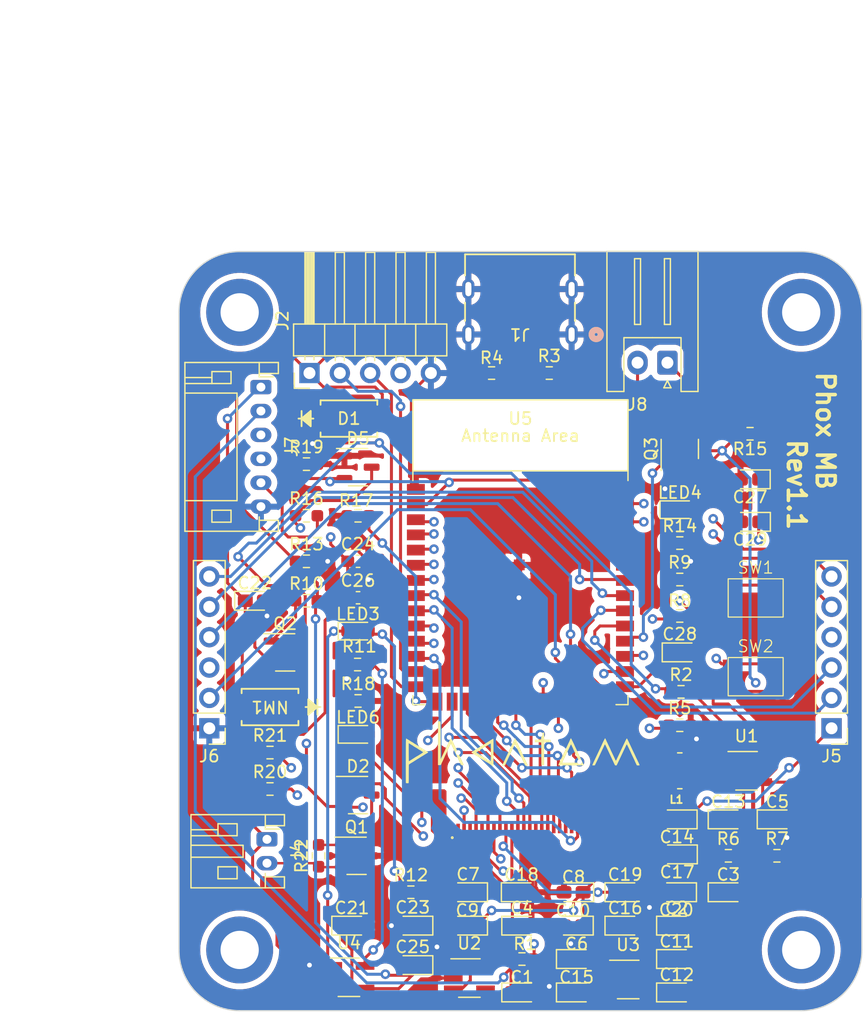
<source format=kicad_pcb>
(kicad_pcb (version 20221018) (generator pcbnew)
  (layers (0 "F.Cu" signal) (1 "In1.Cu" signal) (2 "In2.Cu" signal) (31 "B.Cu" signal) (34 "B.Paste" user) (35 "F.Paste" user) (36 "B.SilkS" user "B.Silkscreen") (37 "F.SilkS" user "F.Silkscreen") (38 "B.Mask" user) (39 "F.Mask" user) (44 "Edge.Cuts" user))
  (net 0 "")
  (net 1 "GND")
  (net 2 "SDA")
  (net 3 "+2V8")
  (net 4 "SCL")
  (net 5 "/CAM_RST")
  (net 6 "DVP_VSYNC")
  (net 7 "DVP_HREF")
  (net 8 "+1V5")
  (net 9 "IO16")
  (net 10 "XMCLK")
  (net 11 "IO17")
  (net 12 "IO18")
  (net 13 "DVP_PCLK")
  (net 14 "IO12")
  (net 15 "IO11")
  (net 16 "IO10")
  (net 17 "IO9")
  (net 18 "IO8")
  (net 19 "+5V")
  (net 20 "+3V3")
  (net 21 "VBUS")
  (net 22 "+BATT")
  (net 23 "IO0")
  (net 24 "EN")
  (net 25 "Net-(U1-FB)")
  (net 26 "Net-(LED3-K)")
  (net 27 "Net-(LED3-A)")
  (net 28 "Net-(LED4-K)")
  (net 29 "Net-(J1-CC1)")
  (net 30 "Net-(J1-CC2)")
  (net 32 "Net-(J3-Pin_8)")
  (net 33 "GPIO37")
  (net 34 "IO14")
  (net 35 "Net-(U1-LX)")
  (net 37 "Net-(U1-EN)")
  (net 38 "Net-(U4-PROG)")
  (net 39 "Net-(LED6-K)")
  (net 40 "Net-(LED6-A)")
  (net 41 "Net-(U5-GPIO3{slash}TOUCH3{slash}ADC1_CH2)")
  (net 42 "GPIO47")
  (net 43 "GPIO39")
  (net 44 "GPIO38")
  (net 45 "GPIO36")
  (net 46 "GPIO2")
  (net 47 "GPIO1")
  (net 48 "GPIO48")
  (net 49 "GPIO46")
  (net 50 "GPIO45")
  (net 51 "GPIO41")
  (net 52 "GPIO40")
  (net 53 "IO19")
  (net 54 "IO20")
  (net 55 "GPIO35")
  (net 60 "Net-(J4-Pin_2)")
  (net 61 "Net-(J7-Pin_5)")
  (net 62 "Net-(J8-Pin_2)")
  (net 63 "Net-(D2-K)")
  (net 64 "Net-(Q2-G)")
  (footprint "Package_TO_SOT_SMD:SOT-23-5_HandSoldering" (layer "F.Cu") (at 139.192 109.154)
    (fp_text reference "U3")
    (fp_text value "~")
  )
  (footprint "Capacitor_Tantalum_SMD:CP_EIA-1608-08_AVX-J_Pad1.25x1.05mm_HandSolder" (layer "F.Cu") (at 147.574 95.758)
    (fp_text reference "C13")
    (fp_text value "22pF")
  )
  (footprint "Capacitor_Tantalum_SMD:CP_EIA-1608-08_AVX-J_Pad1.25x1.05mm_HandSolder" (layer "F.Cu") (at 121.158 107.95 180)
    (fp_text reference "C25")
    (fp_text value "0.1uF")
  )
  (footprint "Package_TO_SOT_SMD:SOT-23-3" (layer "F.Cu") (at 110.49 81.788)
    (fp_text reference "Q2")
    (fp_text value "AO3401A-SOT23")
  )
  (footprint "Capacitor_SMD:C_0603_1608Metric_Pad1.08x0.95mm_HandSolder" (layer "F.Cu") (at 116.586 74.168)
    (fp_text reference "C24")
    (fp_text value "10uF")
  )
  (footprint "Capacitor_Tantalum_SMD:CP_EIA-1608-08_AVX-J_Pad1.25x1.05mm_HandSolder" (layer "F.Cu") (at 138.938 101.854)
    (fp_text reference "C19")
    (fp_text value "10uF")
  )
  (footprint "Capacitor_Tantalum_SMD:CP_EIA-1608-08_AVX-J_Pad1.25x1.05mm_HandSolder" (layer "F.Cu") (at 149.39 67.31 180)
    (fp_text reference "C27")
    (fp_text value "1uF")
  )
  (footprint "Resistor_SMD:R_0603_1608Metric_Pad0.98x0.95mm_HandSolder" (layer "F.Cu") (at 109.22 93.218)
    (fp_text reference "R20")
    (fp_text value "10K")
  )
  (footprint "Capacitor_Tantalum_SMD:CP_EIA-1608-08_AVX-J_Pad1.25x1.05mm_HandSolder" (layer "F.Cu") (at 134.62 101.854 180)
    (fp_text reference "C8")
    (fp_text value "10uF")
  )
  (footprint "Capacitor_Tantalum_SMD:CP_EIA-1608-08_AVX-J_Pad1.25x1.05mm_HandSolder" (layer "F.Cu") (at 143.218 101.854 180)
    (fp_text reference "C20")
    (fp_text value "10uF")
  )
  (footprint "Capacitor_Tantalum_SMD:CP_EIA-1608-08_AVX-J_Pad1.25x1.05mm_HandSolder" (layer "F.Cu") (at 130.302 110.236)
    (fp_text reference "C1")
    (fp_text value "4.7uF")
  )
  (footprint "Package_TO_SOT_SMD:SOT-23-5_HandSoldering" (layer "F.Cu") (at 115.824 108.966)
    (fp_text reference "U4")
    (fp_text value "~")
  )
  (footprint "smart_glass:CR_S-E3&slash_61T_VIS" (layer "F.Cu") (at 115.824 62.23)
    (fp_text reference "D1")
    (fp_text value "SS24S-E3")
  )
  (footprint "Connector_PinHeader_2.54mm:PinHeader_1x06_P2.54mm_Vertical" (layer "F.Cu") (at 156.21 88.138 180)
    (fp_text reference "J5")
    (fp_text value "2.54-6")
  )
  (footprint "MountingHole:MountingHole_3.2mm_M3_DIN965_Pad" (layer "F.Cu") (at 106.68 53.34)
    (fp_text reference "REF**" hide)
    (fp_text value "MountingHole_3.2mm_M3_DIN965_Pad" hide)
  )
  (footprint "Capacitor_Tantalum_SMD:CP_EIA-1608-08_AVX-J_Pad1.25x1.05mm_HandSolder" (layer "F.Cu") (at 143.272445 95.758 180)
    (fp_text reference "C14")
    (fp_text value "0.1uF")
  )
  (footprint "LED_SMD:LED_0603_1608Metric_Pad1.05x0.95mm_HandSolder" (layer "F.Cu") (at 143.51 69.85)
    (fp_text reference "LED4")
    (fp_text value "BLUE")
  )
  (footprint "Package_TO_SOT_SMD:SOT-23-3" (layer "F.Cu") (at 116.586 93.726)
    (fp_text reference "D2")
    (fp_text value "MA3X152")
  )
  (footprint "Resistor_SMD:R_0603_1608Metric_Pad0.98x0.95mm_HandSolder" (layer "F.Cu") (at 143.51 87.884)
    (fp_text reference "R5")
    (fp_text value "10k/1%")
  )
  (footprint "Capacitor_SMD:C_0603_1608Metric_Pad1.08x0.95mm_HandSolder" (layer "F.Cu") (at 116.586 77.216)
    (fp_text reference "C26")
    (fp_text value "0.1uF")
  )
  (footprint "BLDC_lib:phantom" (layer "F.Cu") (at 130.302 90.17)
    (fp_text reference "G***" hide)
    (fp_text value "LOGO" hide)
  )
  (footprint "Capacitor_Tantalum_SMD:CP_EIA-1608-08_AVX-J_Pad1.25x1.05mm_HandSolder" (layer "F.Cu") (at 125.73 101.854 180)
    (fp_text reference "C7")
    (fp_text value "10uF")
  )
  (footprint "Capacitor_Tantalum_SMD:CP_EIA-1608-08_AVX-J_Pad1.25x1.05mm_HandSolder" (layer "F.Cu") (at 134.874 110.236)
    (fp_text reference "C15")
    (fp_text value "0.1uF")
  )
  (footprint "Capacitor_Tantalum_SMD:CP_EIA-1608-08_AVX-J_Pad1.25x1.05mm_HandSolder" (layer "F.Cu") (at 143.256 110.236)
    (fp_text reference "C12")
    (fp_text value "0.1uF")
  )
  (footprint "Capacitor_Tantalum_SMD:CP_EIA-1608-08_AVX-J_Pad1.25x1.05mm_HandSolder" (layer "F.Cu") (at 143.287929 98.68653 180)
    (fp_text reference "C17")
    (fp_text value "10uF")
  )
  (footprint "Connector_PinHeader_2.54mm:PinHeader_1x06_P2.54mm_Vertical" (layer "F.Cu") (at 104.14 88.138 180)
    (fp_text reference "J6")
    (fp_text value "2.54-6")
  )
  (footprint "smart_glass:SW_pts815" (layer "F.Cu") (at 149.86 77.234)
    (fp_text reference "SW1")
    (fp_text value " TPS10-02")
  )
  (footprint "Capacitor_Tantalum_SMD:CP_EIA-1608-08_AVX-J_Pad1.25x1.05mm_HandSolder" (layer "F.Cu") (at 130.302 104.648)
    (fp_text reference "C4")
    (fp_text value "0.1uF")
  )
  (footprint "Package_TO_SOT_SMD:SOT-23-3" (layer "F.Cu") (at 116.4645 98.806)
    (fp_text reference "Q1")
    (fp_text value "IRLML2502")
  )
  (footprint "MountingHole:MountingHole_3.2mm_M3_DIN965_Pad" (layer "F.Cu") (at 153.67 53.34)
    (fp_text reference "REF**" hide)
    (fp_text value "MountingHole_3.2mm_M3_DIN965_Pad" hide)
  )
  (footprint "Resistor_SMD:R_0603_1608Metric_Pad0.98x0.95mm_HandSolder" (layer "F.Cu") (at 116.5485 82.804 180)
    (fp_text reference "R11")
    (fp_text value "2k")
  )
  (footprint "Resistor_SMD:R_0603_1608Metric_Pad0.98x0.95mm_HandSolder" (layer "F.Cu") (at 143.51 75.692)
    (fp_text reference "R9")
    (fp_text value "470k")
  )
  (footprint "Capacitor_Tantalum_SMD:CP_EIA-1608-08_AVX-J_Pad1.25x1.05mm_HandSolder" (layer "F.Cu") (at 143.256 107.442)
    (fp_text reference "C11")
    (fp_text value "4.7uF")
  )
  (footprint "Package_TO_SOT_SMD:SOT-23-3" (layer "F.Cu") (at 116.586 66.294)
    (fp_text reference "D5")
    (fp_text value "BAT54ST")
  )
  (footprint "Resistor_SMD:R_0603_1608Metric_Pad0.98x0.95mm_HandSolder" (layer "F.Cu") (at 112.268 77.47)
    (fp_text reference "R10")
    (fp_text value "100k")
  )
  (footprint "Capacitor_Tantalum_SMD:CP_EIA-1608-08_AVX-J_Pad1.25x1.05mm_HandSolder" (layer "F.Cu") (at 149.4028 70.866 180)
    (fp_text reference "C29")
    (fp_text value "0.1uF")
  )
  (footprint "Capacitor_Tantalum_SMD:CP_EIA-1608-08_AVX-J_Pad1.25x1.05mm_HandSolder" (layer "F.Cu") (at 116.078 104.648)
    (fp_text reference "C21")
    (fp_text value "100uF")
  )
  (footprint "smart_glass:SW_pts815" (layer "F.Cu") (at 149.86 83.82)
    (fp_text reference "SW2")
    (fp_text value " TPS10-02")
  )
  (footprint "Resistor_SMD:R_0603_1608Metric_Pad0.98x0.95mm_HandSolder" (layer "F.Cu") (at 121.0075 101.854)
    (fp_text reference "R12")
    (fp_text value "1k")
  )
  (footprint "Capacitor_Tantalum_SMD:CP_EIA-1608-08_AVX-J_Pad1.25x1.05mm_HandSolder" (layer "F.Cu") (at 125.73 104.648 180)
    (fp_text reference "C9")
    (fp_text value "0.1uF")
  )
  (footprint "" (layer "F.Cu") (at 106.68 106.68)
    (fp_text reference "")
    (fp_text value "")
  )
  (footprint "Resistor_SMD:R_0603_1608Metric_Pad0.98x0.95mm_HandSolder" (layer "F.Cu") (at 116.586 70.358 180)
    (fp_text reference "R17")
    (fp_text value "1k")
  )
  (footprint "Resistor_SMD:R_0603_1608Metric_Pad0.98x0.95mm_HandSolder" (layer "F.Cu") (at 151.638 98.806)
    (fp_text reference "R7")
    (fp_text value "150k")
  )
  (footprint "Package_TO_SOT_SMD:SOT-23-5_HandSoldering" (layer "F.Cu") (at 125.904 109.032)
    (fp_text reference "U2")
    (fp_text value "~")
  )
  (footprint "Capacitor_Tantalum_SMD:CP_EIA-1608-08_AVX-J_Pad1.25x1.05mm_HandSolder" (layer "F.Cu") (at 130.264 101.854)
    (fp_text reference "C18")
    (fp_text value "10uF")
  )
  (footprint "Resistor_SMD:R_0603_1608Metric_Pad0.98x0.95mm_HandSolder" (layer "F.Cu") (at 112.268 66.04)
    (fp_text reference "R19")
    (fp_text value "1k")
  )
  (footprint "Resistor_SMD:R_0603_1608Metric_Pad0.98x0.95mm_HandSolder" (layer "F.Cu") (at 127.762 58.42 180)
    (fp_text reference "R4")
    (fp_text value "5.1k")
  )
  (footprint "LED_SMD:LED_0603_1608Metric_Pad1.05x0.95mm_HandSolder" (layer "F.Cu") (at 116.586 80.01)
    (fp_text reference "LED3")
    (fp_text value "LED")
  )
  (footprint "Resistor_SMD:R_0603_1608Metric_Pad0.98x0.95mm_HandSolder" (layer "F.Cu") (at 147.574 98.806)
    (fp_text reference "R6")
    (fp_text value "680k")
  )
  (footprint "Capacitor_Tantalum_SMD:CP_EIA-1608-08_AVX-J_Pad1.25x1.05mm_HandSolder" (layer "F.Cu") (at 134.582 104.648 180)
    (fp_text reference "C10")
    (fp_text value "0.1uF")
  )
  (footprint "Resistor_SMD:R_0603_1608Metric_Pad0.98x0.95mm_HandSolder" (layer "F.Cu") (at 149.39 63.5)
    (fp_text reference "R15")
    (fp_text value "10k")
  )
  (footprint "Resistor_SMD:R_0603_1608Metric_Pad0.98x0.95mm_HandSolder" (layer "F.Cu") (at 130.302 107.442 180)
    (fp_text reference "R1")
    (fp_text value "10k/1%")
  )
  (footprint "Capacitor_Tantalum_SMD:CP_EIA-1608-08_AVX-J_Pad1.25x1.05mm_HandSolder" (layer "F.Cu") (at 143.726 81.788)
    (fp_text reference "C28")
    (fp_text value "0.1uF")
  )
  (footprint "Capacitor_Tantalum_SMD:CP_EIA-1608-08_AVX-J_Pad1.25x1.05mm_HandSolder" (layer "F.Cu") (at 107.95 77.47)
    (fp_text reference "C22")
    (fp_text value "10uF")
  )
  (footprint "Resistor_SMD:R_0603_1608Metric_Pad0.98x0.95mm_HandSolder" (layer "F.Cu") (at 132.588 58.42)
    (fp_text reference "R3")
    (fp_text value "5.1k")
  )
  (footprint "Capacitor_Tantalum_SMD:CP_EIA-1608-08_AVX-J_Pad1.25x1.05mm_HandSolder" (layer "F.Cu") (at 121.158 104.648 180)
    (fp_text reference "C23")
    (fp_text value "10uF")
  )
  (footprint "Resistor_SMD:R_0603_1608Metric_Pad0.98x0.95mm_HandSolder" (layer "F.Cu") (at 143.51 78.74 180)
    (fp_text reference "R8")
    (fp_text value "470k")
  )
  (footprint "Resistor_SMD:R_0603_1608Metric_Pad0.98x0.95mm_HandSolder" (layer "F.Cu") (at 112.268 70.358)
    (fp_text reference "R16")
    (fp_text value "100R")
  )
  (footprint "Espressif:ESP32-S3-WROOM-1" (layer "F.Cu") (at 130.175 76.41)
    (fp_text reference "U5")
    (fp_text value "ESP32-S3-WROOM-1")
  )
  (footprint "smart_glass:CR_S-E3&slash_61T_VIS" (layer "F.Cu") (at 109.22 86.36 180)
    (fp_text reference "NM1")
    (fp_text value "SS24S-E3")
  )
  (footprint "Connector_JST:JST_XH_S2B-XH-A_1x02_P2.50mm_Horizontal" (layer "F.Cu") (at 142.474 57.552 180)
    (fp_text reference "J8")
    (fp_text value "XH-2")
  )
  (footprint "smart_glass:CONN6_UJC-HP-3-SMT-TR_CUD" (layer "F.Cu") (at 130.137901 52.07 180)
    (fp_text reference "J1")
    (fp_text value "USB_C_Receptacle_PowerOnly_6P")
    (fp_line (start -4.320002 -2.781501) (end -4.320002 -3.467301) (stroke (width 0.508)) (layer "Edge.Cuts"))
    (fp_line (start -4.319999 1.018499) (end -4.319999 0.332699) (stroke (width 0.508)) (layer "Edge.Cuts"))
    (fp_line (start 4.319999 1.018499) (end 4.319999 0.332699) (stroke (width 0.508)) (layer "Edge.Cuts"))
    (fp_line (start 4.320002 -2.781501) (end 4.320002 -3.467301) (stroke (width 0.508)) (layer "Edge.Cuts"))
  )
  (footprint "Resistor_SMD:R_0603_1608Metric_Pad0.98x0.95mm_HandSolder" (layer "F.Cu") (at 143.51 72.644)
    (fp_text reference "R14")
    (fp_text value "100R")
  )
  (footprint "Capacitor_Tantalum_SMD:CP_EIA-1608-08_AVX-J_Pad1.25x1.05mm_HandSolder" (layer "F.Cu") (at 138.938 104.648)
    (fp_text reference "C16")
    (fp_text value "0.1uF")
  )
  (footprint "Package_TO_SOT_SMD:SOT-23-3" (layer "F.Cu") (at 143.51 64.77 90)
    (fp_text reference "Q3")
    (fp_text value "AO3401A-SOT23")
  )
  (footprint "Capacitor_Tantalum_SMD:CP_EIA-1608-08_AVX-J_Pad1.25x1.05mm_HandSolder" (layer "F.Cu") (at 134.874 107.442)
    (fp_text reference "C6")
    (fp_text value "4.7uF")
  )
  (footprint "Resistor_SMD:R_0603_1608Metric_Pad0.98x0.95mm_HandSolder" (layer "F.Cu") (at 112.268 74.168)
    (fp_text reference "R13")
    (fp_text value "100k")
  )
  (footprint "Connector_PinHeader_2.54mm:PinHeader_1x05_P2.54mm_Horizontal" (layer "F.Cu") (at 112.522 58.42 90)
    (fp_text reference "J2")
    (fp_text value "Conn_01x05_Socket")
  )
  (footprint "Package_TO_SOT_SMD:SOT-23-5_HandSoldering" (layer "F.Cu") (at 149.098 91.694)
    (fp_text reference "U1")
    (fp_text value "~")
  )
  (footprint "smart_glass:IND_VLS3010CX-2R2M-1" (layer "F.Cu") (at 143.51 91.694 180)
    (fp_text reference "L1")
    (fp_text value "VLS3010CX-2R2M-1")
  )
  (footprint "smart_glass:FFC24P_cam" (layer "F.Cu") (at 130.21 96.12 180)
    (fp_text reference "J3")
    (fp_text value "FFC_24P_CAM")
  )
  (footprint "Capacitor_Tantalum_SMD:CP_EIA-1608-08_AVX-J_Pad1.25x1.05mm_HandSolder" (layer "F.Cu") (at 151.676 95.758)
    (fp_text reference "C5")
    (fp_text value "0.1uF")
  )
  (footprint "Capacitor_Tantalum_SMD:CP_EIA-1608-08_AVX-J_Pad1.25x1.05mm_HandSolder" (layer "F.Cu") (at 147.574 101.854)
    (fp_text reference "C3")
    (fp_text value "10uF")
  )
  (footprint "Resistor_SMD:R_0603_1608Metric_Pad0.98x0.95mm_HandSolder" (layer "F.Cu") (at 143.6135 85.09)
    (fp_text reference "R2")
    (fp_text value "10k")
  )
  (footprint "Capacitor_Tantalum_SMD:CP_EIA-1608-08_AVX-J_Pad1.25x1.05mm_HandSolder" (layer "F.Cu") (at 143.256 104.648)
    (fp_text reference "C2")
    (fp_text value "10uF")
  )
  (footprint "Connector_JST:JST_PH_S6B-PH-K_1x06_P2.00mm_Horizontal" (layer "F.Cu") (at 108.458 59.596 -90)
    (fp_text reference "J7")
    (fp_text value "PH-6")
  )
  (footprint "Resistor_SMD:R_0603_1608Metric_Pad0.98x0.95mm_HandSolder" (layer "F.Cu") (at 113.284 98.806 90)
    (fp_text reference "R22")
    (fp_text value "1k")
  )
  (footprint "Resistor_SMD:R_0603_1608Metric_Pad0.98x0.95mm_HandSolder" (layer "F.Cu") (at 109.22 90.17)
    (fp_text reference "R21")
    (fp_text value "10K")
  )
  (footprint "MountingHole:MountingHole_3.2mm_M3_DIN965_Pad" (layer "F.Cu") (at 153.67 106.68)
    (fp_text reference "REF**" hide)
    (fp_text value "MountingHole_3.2mm_M3_DIN965_Pad" hide)
  )
  (footprint "Resistor_SMD:R_0603_1608Metric_Pad0.98x0.95mm_HandSolder" (layer "F.Cu") (at 116.586 85.852)
    (fp_text reference "R18")
    (fp_text value "100R")
  )
  (footprint "Connector_JST:JST_PH_S2B-PH-K_1x02_P2.00mm_Horizontal" (layer "F.Cu") (at 108.966 97.425 -90)
    (fp_text reference "J4")
    (fp_text value "PH-2")
  )
  (footprint "LED_SMD:LED_0603_1608Metric_Pad1.05x0.95mm_HandSolder" (layer "F.Cu") (at 116.586 88.646)
    (fp_text reference "LED6")
    (fp_text value "RED")
  )
  (gr_line (start 158.75 53.34) (end 158.75 55.626) (stroke (width 0.1)) (layer "Edge.Cuts"))
  (gr_line (start 158.75 55.626) (end 158.75 102.362) (stroke (width 0.05)) (layer "Edge.Cuts"))
  (gr_line (start 158.75 102.362) (end 158.75 106.68) (stroke (width 0.1)) (layer "Edge.Cuts"))
  (gr_line (start 153.67 48.26) (end 106.68 48.26) (stroke (width 0.1)) (layer "Edge.Cuts"))
  (gr_arc (start 158.75 106.68) (mid 157.262102 110.272102) (end 153.67 111.76) (stroke (width 0.1)) (layer "Edge.Cuts"))
  (gr_arc (start 101.6 53.34) (mid 103.087898 49.747898) (end 106.68 48.26) (stroke (width 0.1)) (layer "Edge.Cuts"))
  (gr_arc (start 106.68 111.76) (mid 103.087898 110.272102) (end 101.6 106.68) (stroke (width 0.1)) (layer "Edge.Cuts"))
  (gr_line (start 106.68 111.76) (end 153.67 111.76) (stroke (width 0.1)) (layer "Edge.Cuts"))
  (gr_line (start 101.6 53.34) (end 101.6 106.68) (stroke (width 0.1)) (layer "Edge.Cuts"))
  (gr_arc (start 153.67 48.26) (mid 157.262102 49.747898) (end 158.75 53.34) (stroke (width 0.1)) (layer "Edge.Cuts"))
  (gr_text "Phox MB\n	Rev1.1" (at 152.4 58.166 -90) (layer "F.SilkS") (effects (font (size 1.5 1.5) (thickness 0.3) bold) (justify left bottom)))
  (segment (start 144.4225 87.884) (end 144.4225 88.5425) (width 0.25) (layer "F.Cu") (net 1))
  (segment (start 121.05 67.775) (end 121.05 60.052) (width 0.25) (layer "F.Cu") (net 1))
  (segment (start 124.96 96.52) (end 124.96 101.824) (width 0.25) (layer "F.Cu") (net 1))
  (segment (start 113.1805 74.168) (end 114.046 74.168) (width 0.25) (layer "F.Cu") (net 1))
  (segment (start 135.674 108.016) (end 136.812 109.154) (width 0.25) (layer "F.Cu") (net 1))
  (segment (start 152.935 79.134) (end 152.11 78.309) (width 0.25) (layer "F.Cu") (net 1))
  (segment (start 144.056 104.648) (end 144.056 107.442) (width 0.25) (layer "F.Cu") (net 1))
  (segment (start 135.674 107.442) (end 135.674 110.236) (width 0.25) (layer "F.Cu") (net 1))
  (segment (start 124.93 104.648) (end 124.93 101.854) (width 0.25) (layer "F.Cu") (net 1))
  (segment (start 148.6028 67.3228) (end 148.59 67.31) (width 0.25) (layer "F.Cu") (net 1))
  (segment (start 130.075 75.87) (end 127.275 75.87) (width 0.25) (layer "F.Cu") (net 1))
  (segment (start 131.102 104.648) (end 131.102 101.892) (width 0.25) (layer "F.Cu") (net 1))
  (segment (start 115.4485 65.344) (end 113.7995 65.344) (width 0.25) (layer "F.Cu") (net 1))
  (segment (start 117.4985 85.852) (end 115.636 83.9895) (width 0.25) (layer "F.Cu") (net 1))
  (segment (start 147.61 78.704) (end 147.61 78.309) (width 0.25) (layer "F.Cu") (net 1))
  (segment (start 148.6028 70.866) (end 148.6028 67.3228) (width 0.25) (layer "F.Cu") (net 1))
  (segment (start 146.05 91.026) (end 146.718 91.694) (width 0.25) (layer "F.Cu") (net 1))
  (segment (start 128.675 74.47) (end 128.675 77.27) (width 0.25) (layer "F.Cu") (net 1))
  (segment (start 127.387901 55.194401) (end 126.364539 55.194401) (width 0.25) (layer "F.Cu") (net 1))
  (segment (start 143.1525 89.154) (end 144.4225 87.884) (width 0.25) (layer "F.Cu") (net 1))
  (segment (start 141.224 89.916) (end 141.986 89.154) (width 0.25) (layer "F.Cu") (net 1))
  (segment (start 117.4485 77.216) (end 117.4485 75.692) (width 0.25) (layer "F.Cu") (net 1))
  (segment (start 132.08 110.236) (end 132.588 109.728) (width 0.25) (layer "F.Cu") (net 1))
  (segment (start 117.602 98.806) (end 116.878 99.53) (width 0.25) (layer "F.Cu") (net 1))
  (segment (start 124.93 104.648) (end 123.19 106.388) (width 0.25) (layer "F.Cu") (net 1))
  (segment (start 108.75 77.47) (end 108.75 78.524) (width 0.25) (layer "F.Cu") (net 1))
  (segment (start 140.97 103.124) (end 141.148 103.124) (width 0.25) (layer "F.Cu") (net 1))
  (segment (start 127.275 74.47) (end 130.075 74.47) (width 0.25) (layer "F.Cu") (net 1))
  (segment (start 113.538 108.966) (end 112.522 107.95) (width 0.25) (layer "F.Cu") (net 1))
  (segment (start 113.7995 65.344) (end 112.776 64.3205) (width 0.25) (layer "F.Cu") (net 1))
  (segment (start 135.674 107.442) (end 134.385 106.153) (width 0.25) (layer "F.Cu") (net 1))
  (segment (start 115.6735 70.358) (end 115.6735 72.393) (width 0.25) (layer "F.Cu") (net 1))
  (segment (start 115.6735 72.393) (end 117.4485 74.168) (width 0.25) (layer "F.Cu") (net 1))
  (segment (start 144.907 89.027) (end 146.05 90.17) (width 0.25) (layer "F.Cu") (net 1))
  (segment (start 139.738 101.854) (end 142.418 101.854) (width 0.25) (layer "F.Cu") (net 1))
  (segment (start 131.102 104.648) (end 133.782 104.648) (width 0.25) (layer "F.Cu") (net 1))
  (segment (start 144.4225 75.692) (end 144.4225 74.168) (width 0.25) (layer "F.Cu") (net 1))
  (segment (start 146.718 91.694) (end 147.748 91.694) (width 0.25) (layer "F.Cu") (net 1))
  (segment (start 144.4225 72.644) (end 144.4225 74.168) (width 0.25) (layer "F.Cu") (net 1))
  (segment (start 119.38 104.648) (end 120.358 104.648) (width 0.25) (layer "F.Cu") (net 1))
  (segment (start 131.064 101.854) (end 133.82 101.854) (width 0.25) (layer "F.Cu") (net 1))
  (segment (start 133.782 104.648) (end 133.782 105.55) (width 0.25) (layer "F.Cu") (net 1))
  (segment (start 123.19 106.426) (end 123.19 108.698) (width 0.25) (layer "F.Cu") (net 1))
  (segment (start 114.7525 66.04) (end 115.4485 65.344) (width 0.25) (layer "F.Cu") (net 1))
  (segment (start 116.878 104.648) (end 119.38 104.648) (width 0.25) (layer "F.Cu") (net 1))
  (segment (start 127.275 77.27) (end 130.075 77.27) (width 0.25) (layer "F.Cu") (net 1))
  (segment (start 133.782 105.55) (end 134.385 106.153) (width 0.25) (layer "F.Cu") (net 1))
  (segment (start 131.102 101.892) (end 131.064 101.854) (width 0.25) (layer "F.Cu") (net 1))
  (segment (start 131.102 110.236) (end 132.08 110.236) (width 0.25) (layer "F.Cu") (net 1))
  (segment (start 142.472445 95.758) (end 141.224 94.509555) (width 0.25) (layer "F.Cu") (net 1))
  (segment (start 139.738 104.648) (end 139.738 104.356) (width 0.25) (layer "F.Cu") (net 1))
  (segment (start 147.61 84.895) (end 147.768 85.053) (width 0.25) (layer "F.Cu") (net 1))
  (segment (start 141.986 89.154) (end 143.1525 89.154) (width 0.25) (layer "F.Cu") (net 1))
  (segment (start 147.768 85.053) (end 151.952 85.053) (width 0.25) (layer "F.Cu") (net 1))
  (segment (start 142.2175 68.15) (end 138.925 68.15) (width 0.25) (layer "F.Cu") (net 1))
  (segment (start 142.26775 68.09975) (end 142.2175 68.15) (width 0.25) (layer "F.Cu") (net 1))
  (segment (start 132.887901 55.194401) (end 133.911263 55.194401) (width 0.25) (layer "F.Cu") (net 1))
  (segment (start 152.11 78.309) (end 147.61 78.309) (width 0.25) (layer "F.Cu") (net 1))
  (segment (start 152.5505 98.806) (end 152.5505 97.3565) (width 0.25) (layer "F.Cu") (net 1))
  (segment (start 123.19 108.698) (end 123.524 109.032) (width 0.25) (layer "F.Cu") (net 1))
  (segment (start 144.4225 88.5425) (end 144.907 89.027) (width 0.25) (layer "F.Cu") (net 1))
  (segment (start 124.96 101.824) (end 124.93 101.854) (width 0.25) (layer "F.Cu") (net 1))
  (segment (start 144.056 107.442) (end 148.374 103.124) (width 0.25) (layer "F.Cu") (net 1))
  (segment (start 116.878 99.53) (end 116.878 104.648) (width 0.25) (layer "F.Cu") (net 1))
  (segment (start 141.224 94.509555) (end 141.224 89.916) (width 0.25) (layer "F.Cu") (net 1))
  (segment (start 144.46 65.9075) (end 142.26775 68.09975) (width 0.25) (layer "F.Cu") (net 1))
  (segment (start 114.474 108.966) (end 113.538 108.966) (width 0.25) (layer "F.Cu") (net 1))
  (segment (start 131.46 101.458) (end 131.064 101.854) (width 0.25) (layer "F.Cu") (net 1))
  (segment (start 115.636 82.804) (end 115.636 83.9895) (width 0.25) (layer "F.Cu") (net 1))
  (segment (start 131.46 96.52) (end 131.46 101.458) (width 0.25) (layer "F.Cu") (net 1))
  (segment (start 120.358 104.648) (end 120.358 107.95) (width 0.25) (layer "F.Cu") (net 1))
  (segment (start 117.4485 75.692) (end 117.4485 74.168) (width 0.25) (layer "F.Cu") (net 1))
  (segment (start 108.75 78.524) (end 108.966 78.74) (width 0.25) (layer "F.Cu") (net 1))
  (segment (start 146.05 90.17) (end 146.05 91.026) (width 0.25) (layer "F.Cu") (net 1))
  (segment (start 141.148 103.124) (end 142.418 101.854) (width 0.25) (layer "F.Cu") (net 1))
  (segment (start 142.418 98.756459) (end 142.487929 98.68653) (width 0.25) (layer "F.Cu") (net 1))
  (segment (start 127.275 74.47) (end 127.275 77.27) (width 0.25) (layer "F.Cu") (net 1))
  (segment (start 151.952 85.053) (end 152.11 84.895) (width 0.25) (layer "F.Cu") (net 1))
  (segment (start 121.05 60.052) (end 122.682 58.42) (width 0.25) (layer "F.Cu") (net 1))
  (segment (start 123.524 109.032) (end 124.554 109.032) (width 0.25) (layer "F.Cu") (net 1))
  (segment (start 135.674 107.442) (end 135.674 108.016) (width 0.25) (layer "F.Cu") (net 1))
  (segment (start 130.048 77.216) (end 130.075 77.189) (width 0.25) (layer "F.Cu") (net 1))
  (segment (start 139.738 104.648) (end 139.738 101.854) (width 0.25) (layer "F.Cu") (net 1))
  (segment (start 152.11 84.895) (end 152.935 84.07) (width 0.25) (layer "F.Cu") (net 1))
  (segment (start 136.812 109.154) (end 137.842 109.154) (width 0.25) (layer "F.Cu") (net 1))
  (segment (start 142.418 101.854) (end 142.418 98.756459) (width 0.25) (layer "F.Cu") (net 1))
  (segment (start 148.374 103.124) (end 148.374 101.854) (width 0.25) (layer "F.Cu") (net 1))
  (segment (start 113.1805 66.04) (end 114.7525 66.04) (width 0.25) (layer "F.Cu") (net 1))
  (segment (start 144.056 107.442) (end 144.056 110.236) (width 0.25) (layer "F.Cu") (net 1))
  (segment (start 144.526 81.788) (end 147.61 78.704) (width 0.25) (layer "F.Cu") (net 1))
  (segment (start 121.425 68.15) (end 121.05 67.775) (width 0.25) (layer "F.Cu") (net 1))
  (segment (start 152.476 95.758) (end 152.476 97.282) (width 0.25) (layer "F.Cu") (net 1))
  (segment (start 152.935 84.07) (end 152.935 79.134) (width 0.25) (layer "F.Cu") (net 1))
  (segment (start 130.075 77.189) (end 130.075 74.47) (width 0.25) (layer "F.Cu") (net 1))
  (segment (start 139.738 104.356) (end 140.97 103.124) (width 0.25) (layer "F.Cu") (net 1))
  (segment (start 123.19 106.388) (end 123.19 106.426) (width 0.25) (layer "F.Cu") (net 1))
  (segment (start 152.5505 97.3565) (end 152.476 97.282) (width 0.25) (layer "F.Cu") (net 1))
  (via (at 134.385 106.153) (size 0.8) (drill 0.4) (layers "F.Cu" "B.Cu") (net 1))
  (via (at 119.38 104.648) (size 0.8) (drill 0.4) (layers "F.Cu" "B.Cu") (net 1))
  (via (at 140.97 103.124) (size 0.8) (drill 0.4) (layers "F.Cu" "B.Cu") (net 1))
  (via (at 112.522 107.95) (size 0.8) (drill 0.4) (layers "F.Cu" "B.Cu") (net 1))
  (via (at 152.476 97.282) (size 0.8) (drill 0.4) (layers "F.Cu" "B.Cu") (net 1))
  (via (at 142.26775 68.09975) (size 0.8) (drill 0.4) (layers "F.Cu" "B.Cu") (net 1))
  (via (at 108.966 78.74) (size 0.8) (drill 0.4) (layers "F.Cu" "B.Cu") (net 1))
  (via (at 123.19 106.426) (size 0.8) (drill 0.4) (layers "F.Cu" "B.Cu") (net 1))
  (via (at 144.4225 74.168) (size 0.8) (drill 0.4) (layers "F.Cu" "B.Cu") (net 1))
  (via (at 144.907 89.027) (size 0.8) (drill 0.4) (layers "F.Cu" "B.Cu") (net 1))
  (via (at 130.048 77.216) (size 0.8) (drill 0.4) (layers "F.Cu" "B.Cu") (net 1))
  (via (at 112.776 64.3205) (size 0.8) (drill 0.4) (layers "F.Cu" "B.Cu") (net 1))
  (via (at 132.588 109.728) (size 0.8) (drill 0.4) (layers "F.Cu" "B.Cu") (net 1))
  (via (at 115.636 83.9895) (size 0.8) (drill 0.4) (layers "F.Cu" "B.Cu") (net 1))
  (via (at 117.4485 75.692) (size 0.8) (drill 0.4) (layers "F.Cu" "B.Cu") (net 1))
  (via (at 114.046 74.168) (size 0.8) (drill 0.4) (layers "F.Cu" "B.Cu") (net 1))
  (segment (start 122.936 71.882) (end 121.503 71.882) (width 0.25) (layer "F.Cu") (net 2))
  (segment (start 125.46 94.996) (end 125.46 96.52) (width 0.25) (layer "F.Cu") (net 2))
  (segment (start 110.1325 93.218) (end 110.998 93.218) (width 0.25) (layer "F.Cu") (net 2))
  (segment (start 110.998 93.218) (end 111.506 93.726) (width 0.25) (layer "F.Cu") (net 2))
  (segment (start 121.503 71.882) (end 121.425 71.96) (width 0.25) (layer "F.Cu") (net 2))
  (via (at 111.506 93.726) (size 0.8) (drill 0.4) (layers "F.Cu" "B.Cu") (net 2))
  (via (at 122.936 71.882) (size 0.8) (drill 0.4) (layers "F.Cu" "B.Cu") (net 2))
  (via (at 125.46 94.996) (size 0.8) (drill 0.4) (layers "F.Cu" "B.Cu") (net 2))
  (segment (start 130.674673 108.727173) (end 129.3895 107.442) (width 0.25) (layer "F.Cu") (net 3))
  (segment (start 129.502 107.3295) (end 129.3895 107.442) (width 0.25) (layer "F.Cu") (net 3))
  (segment (start 129.3895 107.442) (end 129.3895 108.204) (width 0.25) (layer "F.Cu") (net 3))
  (segment (start 129.3895 107.442) (end 127.894 107.442) (width 0.25) (layer "F.Cu") (net 3))
  (segment (start 129.502 104.648) (end 129.502 107.3295) (width 0.25) (layer "F.Cu") (net 3))
  (segment (start 129.46 101.85) (end 129.464 101.854) (width 0.25) (layer "F.Cu") (net 3))
  (segment (start 129.502 101.892) (end 129.464 101.854) (width 0.25) (layer "F.Cu") (net 3))
  (segment (start 129.502 104.648) (end 129.502 101.892) (width 0.25) (layer "F.Cu") (net 3))
  (segment (start 129.3895 108.204) (end 129.3895 110.1235) (width 0.25) (layer "F.Cu") (net 3))
  (segment (start 132.788827 108.727173) (end 130.674673 108.727173) (width 0.25) (layer "F.Cu") (net 3))
  (segment (start 128.778 108.8155) (end 129.3895 108.204) (width 0.25) (layer "F.Cu") (net 3))
  (segment (start 128.778 108.966) (end 128.778 108.8155) (width 0.25) (layer "F.Cu") (net 3))
  (segment (start 125.96 96.52) (end 125.96 98.35) (width 0.25) (layer "F.Cu") (net 3))
  (segment (start 129.46 96.52) (end 129.46 101.85) (width 0.25) (layer "F.Cu") (net 3))
  (segment (start 125.96 98.35) (end 129.464 101.854) (width 0.25) (layer "F.Cu") (net 3))
  (segment (start 129.3895 110.1235) (end 129.502 110.236) (width 0.25) (layer "F.Cu") (net 3))
  (segment (start 134.074 107.442) (end 132.788827 108.727173) (width 0.25) (layer "F.Cu") (net 3))
  (segment (start 127.894 107.442) (end 127.254 108.082) (width 0.25) (layer "F.Cu") (net 3))
  (segment (start 134.074 107.442) (end 134.074 110.236) (width 0.25) (layer "F.Cu") (net 3))
  (via (at 128.778 108.966) (size 0.8) (drill 0.4) (layers "F.Cu" "B.Cu") (net 3))
  (segment (start 102.965 95.091) (end 117.311 109.437) (width 0.25) (layer "B.Cu") (net 3))
  (segment (start 102.965 67.089) (end 102.965 95.091) (width 0.25) (layer "B.Cu") (net 3))
  (segment (start 128.307 109.437) (end 128.778 108.966) (width 0.25) (layer "B.Cu") (net 3))
  (segment (start 108.458 61.596) (end 102.965 67.089) (width 0.25) (layer "B.Cu") (net 3))
  (segment (start 117.311 109.437) (end 128.307 109.437) (width 0.25) (layer "B.Cu") (net 3))
  (segment (start 125.217701 93.984299) (end 125.480299 93.984299) (width 0.25) (layer "F.Cu") (net 4))
  (segment (start 110.1325 90.5745) (end 110.998 91.44) (width 0.25) (layer "F.Cu") (net 4))
  (segment (start 121.503 73.152) (end 121.425 73.23) (width 0.25) (layer "F.Cu") (net 4))
  (segment (start 110.1325 90.17) (end 110.1325 90.5745) (width 0.25) (layer "F.Cu") (net 4))
  (segment (start 126.46 94.964) (end 126.46 96.52) (width 0.25) (layer "F.Cu") (net 4))
  (segment (start 122.936 73.152) (end 121.503 73.152) (width 0.25) (layer "F.Cu") (net 4))
  (segment (start 125.480299 93.984299) (end 126.46 94.964) (width 0.25) (layer "F.Cu") (net 4))
  (via (at 110.998 91.44) (size 0.8) (drill 0.4) (layers "F.Cu" "B.Cu") (net 4))
  (via (at 122.936 73.152) (size 0.8) (drill 0.4) (layers "F.Cu" "B.Cu") (net 4))
  (via (at 125.217701 93.984299) (size 0.8) (drill 0.4) (layers "F.Cu" "B.Cu") (net 4))
  (segment (start 131.318 106.172) (end 131.318 107.3385) (width 0.25) (layer "F.Cu") (net 5))
  (segment (start 131.318 107.3385) (end 131.2145 107.442) (width 0.25) (layer "F.Cu") (net 5))
  (segment (start 128.524 100.076) (end 126.96 98.512) (width 0.25) (layer "F.Cu") (net 5))
  (segment (start 128.7355 100.076) (end 128.524 100.076) (width 0.25) (layer "F.Cu") (net 5))
  (segment (start 126.96 98.512) (end 126.96 96.52) (width 0.25) (layer "F.Cu") (net 5))
  (via (at 128.7355 100.076) (size 0.8) (drill 0.4) (layers "F.Cu" "B.Cu") (net 5))
  (via (at 131.318 106.172) (size 0.8) (drill 0.4) (layers "F.Cu" "B.Cu") (net 5))
  (segment (start 125.439 93.181) (end 127.46 95.202) (width 0.25) (layer "F.Cu") (net 6))
  (segment (start 124.963701 92.714299) (end 124.981604 92.714299) (width 0.25) (layer "F.Cu") (net 6))
  (segment (start 124.981604 92.714299) (end 125.439 93.171695) (width 0.25) (layer "F.Cu") (net 6))
  (segment (start 121.503 74.422) (end 121.425 74.5) (width 0.25) (layer "F.Cu") (net 6))
  (segment (start 127.46 95.202) (end 127.46 96.52) (width 0.25) (layer "F.Cu") (net 6))
  (segment (start 122.936 74.422) (end 121.503 74.422) (width 0.25) (layer "F.Cu") (net 6))
  (segment (start 125.439 93.171695) (end 125.439 93.181) (width 0.25) (layer "F.Cu") (net 6))
  (via (at 122.936 74.422) (size 0.8) (drill 0.4) (layers "F.Cu" "B.Cu") (net 6))
  (via (at 124.963701 92.714299) (size 0.8) (drill 0.4) (layers "F.Cu" "B.Cu") (net 6))
  (segment (start 128.46 95.186) (end 128.46 96.52) (width 0.25) (layer "F.Cu") (net 7))
  (segment (start 122.936 75.692) (end 121.503 75.692) (width 0.25) (layer "F.Cu") (net 7))
  (segment (start 124.968 91.694) (end 128.46 95.186) (width 0.25) (layer "F.Cu") (net 7))
  (segment (start 121.503 75.692) (end 121.425 75.77) (width 0.25) (layer "F.Cu") (net 7))
  (segment (start 124.968 91.44) (end 124.968 91.694) (width 0.25) (layer "F.Cu") (net 7))
  (via (at 122.936 75.692) (size 0.8) (drill 0.4) (layers "F.Cu" "B.Cu") (net 7))
  (via (at 124.968 91.44) (size 0.8) (drill 0.4) (layers "F.Cu" "B.Cu") (net 7))
  (segment (start 138.138 101.854) (end 138.138 104.648) (width 0.25) (layer "F.Cu") (net 8))
  (segment (start 128.96 97.782) (end 128.7355 98.0065) (width 0.25) (layer "F.Cu") (net 8))
  (segment (start 140.932 107.814) (end 140.542 108.204) (width 0.25) (layer "F.Cu") (net 8))
  (segment (start 128.96 96.52) (end 128.96 97.782) (width 0.25) (layer "F.Cu") (net 8))
  (segment (start 142.456 107.442) (end 142.456 110.236) (width 0.25) (layer "F.Cu") (net 8))
  (segment (start 136.652 101.854) (end 138.138 101.854) (width 0.25) (layer "F.Cu") (net 8))
  (segment (start 140.932 107.442) (end 140.932 107.814) (width 0.25) (layer "F.Cu") (net 8))
  (segment (start 140.932 107.442) (end 142.456 107.442) (width 0.25) (layer "F.Cu") (net 8))
  (segment (start 138.138 104.648) (end 140.932 107.442) (width 0.25) (layer "F.Cu") (net 8))
  (via (at 136.652 101.854) (size 0.8) (drill 0.4) (layers "F.Cu" "B.Cu") (net 8))
  (via (at 128.7355 98.0065) (size 0.8) (drill 0.4) (layers "F.Cu" "B.Cu") (net 8))
  (segment (start 128.7355 98.0065) (end 132.583 101.854) (width 0.25) (layer "B.Cu") (net 8))
  (segment (start 132.583 101.854) (end 136.652 101.854) (width 0.25) (layer "B.Cu") (net 8))
  (segment (start 122.936 78.232) (end 122.858 78.31) (width 0.25) (layer "F.Cu") (net 9))
  (segment (start 122.858 78.31) (end 121.425 78.31) (width 0.25) (layer "F.Cu") (net 9))
  (segment (start 129.96 95.162) (end 129.96 96.52) (width 0.25) (layer "F.Cu") (net 9))
  (segment (start 129.032 94.234) (end 129.96 95.162) (width 0.25) (layer "F.Cu") (net 9))
  (via (at 129.032 94.234) (size 0.8) (drill 0.4) (layers "F.Cu" "B.Cu") (net 9))
  (via (at 122.936 78.232) (size 0.8) (drill 0.4) (layers "F.Cu" "B.Cu") (net 9))
  (segment (start 124.46 79.756) (end 124.46 88.128695) (width 0.25) (layer "B.Cu") (net 9))
  (segment (start 122.936 78.232) (end 124.46 79.756) (width 0.25) (layer "B.Cu") (net 9))
  (segment (start 124.46 88.128695) (end 129.032 92.700695) (width 0.25) (layer "B.Cu") (net 9))
  (segment (start 129.032 92.700695) (end 129.032 94.234) (width 0.25) (layer "B.Cu") (net 9))
  (segment (start 122.936 76.962) (end 121.503 76.962) (width 0.25) (layer "F.Cu") (net 10))
  (segment (start 130.46 94.392) (end 130.46 96.52) (width 0.25) (layer "F.Cu") (net 10))
  (segment (start 121.503 76.962) (end 121.425 77.04) (width 0.25) (layer "F.Cu") (net 10))
  (segment (start 130.048 93.98) (end 130.46 94.392) (width 0.25) (layer "F.Cu") (net 10))
  (via (at 122.936 76.962) (size 0.8) (drill 0.4) (layers "F.Cu" "B.Cu") (net 10))
  (via (at 130.048 93.98) (size 0.8) (drill 0.4) (layers "F.Cu" "B.Cu") (net 10))
  (segment (start 129.482 92.514299) (end 129.482 93.414) (width 0.25) (layer "B.Cu") (net 10))
  (segment (start 122.936 76.962) (end 125.222 79.248) (width 0.25) (layer "B.Cu") (net 10))
  (segment (start 129.482 93.414) (end 130.048 93.98) (width 0.25) (layer "B.Cu") (net 10))
  (segment (start 125.222 88.254299) (end 129.482 92.514299) (width 0.25) (layer "B.Cu") (net 10))
  (segment (start 125.222 79.248) (end 125.222 88.254299) (width 0.25) (layer "B.Cu") (net 10))
  (segment (start 124.968 90.17) (end 127.263305 90.17) (width 0.25) (layer "F.Cu") (net 11))
  (segment (start 127.263305 90.17) (end 130.96 93.866695) (width 0.25) (layer "F.Cu") (net 11))
  (segment (start 122.76 79.58) (end 121.425 79.58) (width 0.25) (layer "F.Cu") (net 11))
  (segment (start 122.936 79.756) (end 122.76 79.58) (width 0.25) (layer "F.Cu") (net 11))
  (segment (start 130.96 93.866695) (end 130.96 96.52) (width 0.25) (layer "F.Cu") (net 11))
  (via (at 124.968 90.17) (size 0.8) (drill 0.4) (layers "F.Cu" "B.Cu") (net 11))
  (via (at 122.936 79.756) (size 0.8) (drill 0.4) (layers "F.Cu" "B.Cu") (net 11))
  (segment (start 122.931701 81.030299) (end 121.605299 81.030299) (width 0.25) (layer "F.Cu") (net 12))
  (segment (start 126.629701 88.9) (end 124.206 88.9) (width 0.25) (layer "F.Cu") (net 12))
  (segment (start 131.96 96.52) (end 131.96 94.230299) (width 0.25) (layer "F.Cu") (net 12))
  (segment (start 121.605299 81.030299) (end 121.425 80.85) (width 0.25) (layer "F.Cu") (net 12))
  (segment (start 131.96 94.230299) (end 126.629701 88.9) (width 0.25) (layer "F.Cu") (net 12))
  (via (at 124.206 88.9) (size 0.8) (drill 0.4) (layers "F.Cu" "B.Cu") (net 12))
  (via (at 122.931701 81.030299) (size 0.8) (drill 0.4) (layers "F.Cu" "B.Cu") (net 12))
  (segment (start 131.064 92.697903) (end 131.064 86.164) (width 0.25) (layer "F.Cu") (net 13))
  (segment (start 131.064 86.164) (end 130.81 85.91) (width 0.25) (layer "F.Cu") (net 13))
  (segment (start 132.46 96.52) (end 132.46 94.093903) (width 0.25) (layer "F.Cu") (net 13))
  (segment (start 132.46 94.093903) (end 131.064 92.697903) (width 0.25) (layer "F.Cu") (net 13))
  (segment (start 132.96 96.52) (end 132.96 93.59) (width 0.25) (layer "F.Cu") (net 14))
  (segment (start 129.794 87.884) (end 129.794 86.164) (width 0.25) (layer "F.Cu") (net 14))
  (segment (start 132.96 93.59) (end 131.826 92.456) (width 0.25) (layer "F.Cu") (net 14))
  (segment (start 131.826 92.456) (end 131.826 88.646) (width 0.25) (layer "F.Cu") (net 14))
  (segment (start 129.794 86.164) (end 129.54 85.91) (width 0.25) (layer "F.Cu") (net 14))
  (via (at 131.826 88.646) (size 0.8) (drill 0.4) (layers "F.Cu" "B.Cu") (net 14))
  (via (at 129.794 87.884) (size 0.8) (drill 0.4) (layers "F.Cu" "B.Cu") (net 14))
  (segment (start 131.826 88.646) (end 130.556 88.646) (width 0.25) (layer "B.Cu") (net 14))
  (segment (start 130.556 88.646) (end 129.794 87.884) (width 0.25) (layer "B.Cu") (net 14))
  (segment (start 128.778 87.884) (end 128.524 87.884) (width 0.25) (layer "F.Cu") (net 15))
  (segment (start 128.27 87.63) (end 128.27 85.91) (width 0.25) (layer "F.Cu") (net 15))
  (segment (start 133.46 93.074) (end 133.46 96.52) (width 0.25) (layer "F.Cu") (net 15))
  (segment (start 132.5505 89.662) (end 132.5505 92.1645) (width 0.25) (layer "F.Cu") (net 15))
  (segment (start 132.5505 92.1645) (end 133.46 93.074) (width 0.25) (layer "F.Cu") (net 15))
  (segment (start 128.524 87.884) (end 128.27 87.63) (width 0.25) (layer "F.Cu") (net 15))
  (via (at 132.5505 89.662) (size 0.8) (drill 0.4) (layers "F.Cu" "B.Cu") (net 15))
  (via (at 128.778 87.884) (size 0.8) (drill 0.4) (layers "F.Cu" "B.Cu") (net 15))
  (segment (start 128.778 87.884) (end 128.778 87.893305) (width 0.25) (layer "B.Cu") (net 15))
  (segment (start 128.778 87.893305) (end 130.546695 89.662) (width 0.25) (layer "B.Cu") (net 15))
  (segment (start 130.546695 89.662) (end 132.5505 89.662) (width 0.25) (layer "B.Cu") (net 15))
  (segment (start 127 87.139904) (end 127 85.91) (width 0.25) (layer "F.Cu") (net 16))
  (segment (start 133.96 92.937604) (end 133.96 96.52) (width 0.25) (layer "F.Cu") (net 16))
  (segment (start 133.35 92.327604) (end 133.96 92.937604) (width 0.25) (layer "F.Cu") (net 16))
  (segment (start 133.275 90.424) (end 133.35 90.499) (width 0.25) (layer "F.Cu") (net 16))
  (segment (start 129.023048 89.162952) (end 127 87.139904) (width 0.25) (layer "F.Cu") (net 16))
  (segment (start 133.35 90.499) (end 133.35 92.327604) (width 0.25) (layer "F.Cu") (net 16))
  (via (at 129.023048 89.162952) (size 0.8) (drill 0.4) (layers "F.Cu" "B.Cu") (net 16))
  (via (at 133.275 90.424) (size 0.8) (drill 0.4) (layers "F.Cu" "B.Cu") (net 16))
  (segment (start 129.023048 89.162952) (end 130.284096 90.424) (width 0.25) (layer "B.Cu") (net 16))
  (segment (start 130.284096 90.424) (end 133.275 90.424) (width 0.25) (layer "B.Cu") (net 16))
  (segment (start 125.73 86.895209) (end 125.73 85.91) (width 0.25) (layer "F.Cu") (net 17))
  (segment (start 134.0745 91.44) (end 134.46 91.8255) (width 0.25) (layer "F.Cu") (net 17))
  (segment (start 130.274791 91.44) (end 125.73 86.895209) (width 0.25) (layer "F.Cu") (net 17))
  (segment (start 134.46 91.8255) (end 134.46 96.52) (width 0.25) (layer "F.Cu") (net 17))
  (segment (start 130.302 91.44) (end 130.274791 91.44) (width 0.25) (layer "F.Cu") (net 17))
  (via (at 134.0745 91.44) (size 0.8) (drill 0.4) (layers "F.Cu" "B.Cu") (net 17))
  (via (at 130.302 91.44) (size 0.8) (drill 0.4) (layers "F.Cu" "B.Cu") (net 17))
  (segment (start 134.0745 91.44) (end 130.302 91.44) (width 0.25) (layer "B.Cu") (net 17))
  (segment (start 134.644 97.536) (end 134.366 97.536) (width 0.25) (layer "F.Cu") (net 18))
  (segment (start 134.96 97.22) (end 134.644 97.536) (width 0.25) (layer "F.Cu") (net 18))
  (segment (start 121.601 82.296) (end 121.425 82.12) (width 0.25) (layer "F.Cu") (net 18))
  (segment (start 122.936 82.296) (end 121.601 82.296) (width 0.25) (layer "F.Cu") (net 18))
  (segment (start 134.96 96.52) (end 134.96 97.22) (width 0.25) (layer "F.Cu") (net 18))
  (via (at 134.366 97.536) (size 0.8) (drill 0.4) (layers "F.Cu" "B.Cu") (net 18))
  (via (at 122.936 82.296) (size 0.8) (drill 0.4) (layers "F.Cu" "B.Cu") (net 18))
  (segment (start 125.450695 96.012) (end 123.444 94.005305) (width 0.25) (layer "B.Cu") (net 18))
  (segment (start 132.842 96.012) (end 125.450695 96.012) (width 0.25) (layer "B.Cu") (net 18))
  (segment (start 134.366 97.536) (end 132.842 96.012) (width 0.25) (layer "B.Cu") (net 18))
  (segment (start 123.444 94.005305) (end 123.444 82.804) (width 0.25) (layer "B.Cu") (net 18))
  (segment (start 123.444 82.804) (end 122.936 82.296) (width 0.25) (layer "B.Cu") (net 18))
  (segment (start 148.298 100.33) (end 146.774 101.854) (width 0.25) (layer "F.Cu") (net 19))
  (segment (start 112.168 81.2475) (end 112.168 76.999505) (width 0.25) (layer "F.Cu") (net 19))
  (segment (start 153.35 92.644) (end 154.94 94.234) (width 0.25) (layer "F.Cu") (net 19))
  (segment (start 152.908 100.33) (end 148.298 100.33) (width 0.25) (layer "F.Cu") (net 19))
  (segment (start 113.5019 62.7848) (end 113.5019 63.627978) (width 0.25) (layer "F.Cu") (net 19))
  (segment (start 142.456 104.178) (end 142.456 104.648) (width 0.25) (layer "F.Cu") (net 19))
  (segment (start 142.442701 84.831701) (end 142.701 85.09) (width 0.25) (layer "F.Cu") (net 19))
  (segment (start 114.135922 64.262) (end 118.364 64.262) (width 0.25) (layer "F.Cu") (net 19))
  (segment (start 111.6275 81.788) (end 111.5421 81.8734) (width 0.25) (layer "F.Cu") (net 19))
  (segment (start 154.94 94.234) (end 154.94 98.298) (width 0.25) (layer "F.Cu") (net 19))
  (segment (start 145.25 103.378) (end 143.256 103.378) (width 0.25) (layer "F.Cu") (net 19))
  (segment (start 143.971 83.82) (end 145.288 83.82) (width 0.25) (layer "F.Cu") (net 19))
  (segment (start 111.6275 81.788) (end 112.168 81.2475) (width 0.25) (layer "F.Cu") (net 19))
  (segment (start 113.8027 62.484) (end 113.5019 62.7848) (width 0.25) (layer "F.Cu") (net 19))
  (segment (start 150.448 92.644) (end 150.448 95.33) (width 0.25) (layer "F.Cu") (net 19))
  (segment (start 112.168 76.999505) (end 111.368495 76.2) (width 0.25) (layer "F.Cu") (net 19))
  (segment (start 146.304 84.582) (end 146.304 86.106) (width 0.25) (layer "F.Cu") (net 19))
  (segment (start 154.94 98.298) (end 152.908 100.33) (width 0.25) (layer "F.Cu") (net 19))
  (segment (start 113.5019 63.627978) (end 114.135922 64.262) (width 0.25) (layer "F.Cu") (net 19))
  (segment (start 108.966 76.2) (end 106.548701 73.782701) (width 0.25) (layer "F.Cu") (net 19))
  (segment (start 151.553 91.539) (end 150.448 92.644) (width 0.25) (layer "F.Cu") (net 19))
  (segment (start 145.3385 83.8705) (end 145.5925 83.8705) (width 0.25) (layer "F.Cu") (net 19))
  (segment (start 111.368495 76.2) (end 110.998 76.2) (width 0.25) (layer "F.Cu") (net 19))
  (segment (start 143.256 103.378) (end 142.456 104.178) (width 0.25) (layer "F.Cu") (net 19))
  (segment (start 146.774 101.854) (end 145.25 103.378) (width 0.25) (layer "F.Cu") (net 19))
  (segment (start 110.998 76.2) (end 108.966 76.2) (width 0.25) (layer "F.Cu") (net 19))
  (segment (start 145.5925 83.8705) (end 146.304 84.582) (width 0.25) (layer "F.Cu") (net 19))
  (segment (start 150.448 92.644) (end 153.35 92.644) (width 0.25) (layer "F.Cu") (net 19))
  (segment (start 150.448 95.33) (end 150.876 95.758) (width 0.25) (layer "F.Cu") (net 19))
  (segment (start 147.565 86.106) (end 151.553 90.094) (width 0.25) (layer "F.Cu") (net 19))
  (segment (start 113.944 62.23) (end 113.8027 62.3713) (width 0.25) (layer "F.Cu") (net 19))
  (segment (start 113.8027 62.3713) (end 113.8027 62.484) (width 0.25) (layer "F.Cu") (net 19))
  (segment (start 141.482299 84.831701) (end 142.442701 84.831701) (width 0.25) (layer "F.Cu") (net 19))
  (segment (start 142.701 85.09) (end 143.971 83.82) (width 0.25) (layer "F.Cu") (net 19))
  (segment (start 111.5421 81.8734) (end 111.5421 85.9179) (width 0.25) (layer "F.Cu") (net 19))
  (segment (start 145.288 83.82) (end 145.3385 83.8705) (width 0.25) (layer "F.Cu") (net 19))
  (segment (start 146.304 86.106) (end 147.565 86.106) (width 0.25) (layer "F.Cu") (net 19))
  (segment (start 151.553 90.094) (end 151.553 91.539) (width 0.25) (layer "F.Cu") (net 19))
  (segment (start 111.5421 85.9179) (end 111.1 86.36) (width 0.25) (layer "F.Cu") (net 19))
  (via (at 106.548701 73.782701) (size 0.8) (drill 0.4) (layers "F.Cu" "B.Cu") (net 19))
  (via (at 141.482299 84.831701) (size 0.8) (drill 0.4) (layers "F.Cu" "B.Cu") (net 19))
  (via (at 118.364 64.262) (size 0.8) (drill 0.4) (layers "F.Cu" "B.Cu") (net 19))
  (segment (start 139.446 82.804) (end 141.473701 84.831701) (width 0.25) (layer "B.Cu") (net 19))
  (segment (start 107.442 72.644) (end 108.075604 72.644) (width 0.25) (layer "B.Cu") (net 19))
  (segment (start 139.446 76.833604) (end 139.446 82.804) (width 0.25) (layer "B.Cu") (net 19))
  (segment (start 120.904 66.802) (end 129.414396 66.802) (width 0.25) (layer "B.Cu") (net 19))
  (segment (start 116.457604 64.262) (end 118.364 64.262) (width 0.25) (layer "B.Cu") (net 19))
  (segment (start 141.473701 84.831701) (end 141.482299 84.831701) (width 0.25) (layer "B.Cu") (net 19))
  (segment (start 129.414396 66.802) (end 139.446 76.833604) (width 0.25) (layer "B.Cu") (net 19))
  (segment (start 118.364 64.262) (end 120.904 66.802) (width 0.25) (layer "B.Cu") (net 19))
  (segment (start 108.075604 72.644) (end 116.457604 64.262) (width 0.25) (layer "B.Cu") (net 19))
  (segment (start 106.548701 73.782701) (end 106.548701 73.537299) (width 0.25) (layer "B.Cu") (net 19))
  (segment (start 106.548701 73.537299) (end 107.442 72.644) (width 0.25) (layer "B.Cu") (net 19))
  (segment (start 156.21 88.138) (end 152.908 91.44) (width 0.25) (layer "F.Cu") (net 20))
  (segment (start 145.596445 94.234) (end 144.072445 95.758) (width 0.25) (layer "F.Cu") (net 20))
  (segment (start 113.98 67.244) (end 114.240102 67.504102) (width 0.25) (layer "F.Cu") (net 20))
  (segment (start 112.5595 67.244) (end 115.4485 67.244) (width 0.25) (layer "F.Cu") (net 20))
  (segment (start 144.072445 95.758) (end 144.072445 98.671046) (width 0.25) (layer "F.Cu") (net 20))
  (segment (start 148.4775 63.5) (end 144.385 67.5925) (width 0.25) (layer "F.Cu") (net 20))
  (segment (start 115.7235 74.168) (end 115.7235 77.216) (width 0.25) (layer "F.Cu") (net 20))
  (segment (start 138.586778 67.375) (end 124.395 67.375) (width 0.25) (layer "F.Cu") (net 20))
  (segment (start 111.3555 66.04) (end 112.5595 67.244) (width 0.25) (layer "F.Cu") (net 20))
  (segment (start 144.087929 98.68653) (end 146.54203 98.68653) (width 0.25) (layer "F.Cu") (net 20))
  (segment (start 122.35 69.42) (end 121.425 69.42) (width 0.25) (layer "F.Cu") (net 20))
  (segment (start 142.748 97.282) (end 144.072445 95.957555) (width 0.25) (layer "F.Cu") (net 20))
  (segment (start 108.3075 90.17) (end 109.8315 88.646) (width 0.25) (layer "F.Cu") (net 20))
  (segment (start 137.842 108.204) (end 138.684 108.204) (width 0.25) (layer "F.Cu") (net 20))
  (segment (start 139.192 109.474) (end 138.562 110.104) (width 0.25) (layer "F.Cu") (net 20))
  (segment (start 126.53 104.648) (end 126.53 104.61) (width 0.25) (layer "F.Cu") (net 20))
  (segment (start 144.018 98.756459) (end 144.087929 98.68653) (width 0.25) (layer "F.Cu") (net 20))
  (segment (start 126.53 104.61) (end 127.762 103.378) (width 0.25) (layer "F.Cu") (net 20))
  (segment (start 126.53 104.648) (end 126.53 101.854) (width 0.25) (layer "F.Cu") (net 20))
  (segment (start 148.4775 63.5) (end 147.0575 64.92) (width 0.25) (layer "F.Cu") (net 20))
  (segment (start 148.4775 63.5) (end 148.422 63.5) (width 0.25) (layer "F.Cu") (net 20))
  (segment (start 144.072445 95.957555) (end 144.072445 95.758) (width 0.25) (layer "F.Cu") (net 20))
  (segment (start 135.42 101.854) (end 135.42 104.61) (width 0.25) (layer "F.Cu") (net 20))
  (segment (start 144.072445 95.758) (end 142.51 94.195555) (width 0.25) (layer "F.Cu") (net 20))
  (segment (start 134.62 102.654) (end 135.42 101.854) (width 0.25) (layer "F.Cu") (net 20))
  (segment (start 138.562 110.104) (end 137.842 110.104) (width 0.25) (layer "F.Cu") (net 20))
  (segment (start 112.014 88.646) (end 113.829 86.831) (width 0.25) (layer "F.Cu") (net 20))
  (segment (start 125.354 108.082) (end 125.984 108.712) (width 0.25) (layer "F.Cu") (net 20))
  (segment (start 109.8315 88.646) (end 112.014 88.646) (width 0.25) (layer "F.Cu") (net 20))
  (segment (start 124.554 106.624) (end 124.554 108.082) (width 0.25) (layer "F.Cu") (net 20))
  (segment (start 125.222 109.982) (end 124.554 109.982) (width 0.25) (layer "F.Cu") (net 20))
  (segment (start 113.829 79.1105) (end 115.7235 77.216) (width 0.25) (layer "F.Cu") (net 20))
  (segment (start 144.385 67.5925) (end 144.385 69.85) (width 0.25) (layer "F.Cu") (net 20))
  (segment (start 125.984 108.712) (end 125.984 109.22) (width 0.25) (layer "F.Cu") (net 20))
  (segment (start 112.5595 67.244) (end 113.98 67.244) (width 0.25) (layer "F.Cu") (net 20))
  (segment (start 135.42 101.854) (end 139.992 97.282) (width 0.25) (layer "F.Cu") (net 20))
  (segment (start 113.829 86.831) (end 113.829 79.1105) (width 0.25) (layer "F.Cu") (net 20))
  (segment (start 142.51 94.195555) (end 142.51 91.694) (width 0.25) (layer "F.Cu") (net 20))
  (segment (start 147.0575 64.92) (end 141.041778 64.92) (width 0.25) (layer "F.Cu") (net 20))
  (segment (start 137.842 107.108) (end 137.842 108.204) (width 0.25) (layer "F.Cu") (net 20))
  (segment (start 134.62 103.378) (end 134.62 102.654) (width 0.25) (layer "F.Cu") (net 20))
  (segment (start 115.7235 74.168) (end 114.3 72.7445) (width 0.25) (layer "F.Cu") (net 20))
  (segment (start 124.206 67.564) (end 122.35 69.42) (width 0.25) (layer "F.Cu") (net 20))
  (segment (start 114.3 72.7445) (end 114.3 72.136) (width 0.25) (layer "F.Cu") (net 20))
  (segment (start 135.42 104.61) (end 135.382 104.648) (width 0.25) (layer "F.Cu") (net 20))
  (segment (start 108.3075 90.17) (end 108.3075 93.218) (width 0.25) (layer "F.Cu") (net 20))
  (segment (start 125.984 109.22) (end 125.222 109.982) (width 0.25) (layer "F.Cu") (net 20))
  (segment (start 146.54203 98.68653) (end 146.6615 98.806) (width 0.25) (layer "F.Cu") (net 20))
  (segment (start 126.53 104.648) (end 124.554 106.624) (width 0.25) (layer "F.Cu") (net 20))
  (segment (start 138.684 108.204) (end 139.192 108.712) (width 0.25) (layer "F.Cu") (net 20))
  (segment (start 141.041778 64.92) (end 138.586778 67.375) (width 0.25) (layer "F.Cu") (net 20))
  (segment (start 139.992 97.282) (end 142.748 97.282) (width 0.25) (layer "F.Cu") (net 20))
  (segment (start 135.382 104.648) (end 137.842 107.108) (width 0.25) (layer "F.Cu") (net 20))
  (segment (start 144.018 101.854) (end 144.018 98.756459) (width 0.25) (layer "F.Cu") (net 20))
  (segment (start 152.908 91.44) (end 152.654 91.44) (width 0.25) (layer "F.Cu") (net 20))
  (segment (start 144.072445 98.671046) (end 144.087929 98.68653) (width 0.25) (layer "F.Cu") (net 20))
  (segment (start 148.422 63.5) (end 142.474 57.552) (width 0.25) (layer "F.Cu") (net 20))
  (segment (start 124.395 67.375) (end 124.206 67.564) (width 0.25) (layer "F.Cu") (net 20))
  (segment (start 124.554 108.082) (end 125.354 108.082) (width 0.25) (layer "F.Cu") (net 20))
  (segment (start 139.192 108.712) (end 139.192 109.474) (width 0.25) (layer "F.Cu") (net 20))
  (segment (start 145.796 94.234) (end 145.596445 94.234) (width 0.25) (layer "F.Cu") (net 20))
  (segment (start 144.072445 95.758) (end 146.774 95.758) (width 0.25) (layer "F.Cu") (net 20))
  (via (at 114.240102 67.504102) (size 0.8) (drill 0.4) (layers "F.Cu" "B.Cu") (net 20))
  (via (at 152.654 91.44) (size 0.8) (drill 0.4) (layers "F.Cu" "B.Cu") (net 20))
  (via (at 149.86 84.328) (size 0.8) (drill 0.4) (layers "F.Cu" "B.Cu") (net 20))
  (via (at 114.3 72.136) (size 0.8) (drill 0.4) (layers "F.Cu" "B.Cu") (net 20))
  (via (at 134.62 103.378) (size 0.8) (drill 0.4) (layers "F.Cu" "B.Cu") (net 20))
  (via (at 147.0575 64.92) (size 0.8) (drill 0.4) (layers "F.Cu" "B.Cu") (net 20))
  (via (at 124.206 67.564) (size 0.8) (drill 0.4) (layers "F.Cu" "B.Cu") (net 20))
  (via (at 145.796 94.234) (size 0.8) (drill 0.4) (layers "F.Cu" "B.Cu") (net 20))
  (via (at 127.762 103.378) (size 0.8) (drill 0.4) (layers "F.Cu" "B.Cu") (net 20))
  (segment (start 149.86 84.328) (end 149.389 83.857) (width 0.25) (layer "B.Cu") (net 20))
  (segment (start 127.762 103.378) (end 134.62 103.378) (width 0.25) (layer "B.Cu") (net 20))
  (segment (start 114.240102 67.504102) (end 124.146102 67.504102) (width 0.25) (layer "B.Cu") (net 20))
  (segment (start 149.389 67.2515) (end 147.0575 64.92) (width 0.25) (layer "B.Cu") (net 20))
  (segment (start 149.389 83.857) (end 149.389 67.2515) (width 0.25) (layer "B.Cu") (net 20))
  (segment (start 149.86 94.234) (end 145.796 94.234) (width 0.25) (layer "B.Cu") (net 20))
  (segment (start 124.146102 67.504102) (end 124.206 67.564) (width 0.25) (layer "B.Cu") (net 20))
  (segment (start 152.654 91.44) (end 149.86 94.234) (width 0.25) (layer "B.Cu") (net 20))
  (segment (start 107.95 56.896) (end 110.998 56.896) (width 0.25) (layer "F.Cu") (net 21))
  (segment (start 113.697 59.595) (end 118.015 59.595) (width 0.25) (layer "F.Cu") (net 21))
  (segment (start 114.046 56.896) (end 112.522 58.42) (width 0.25) (layer "F.Cu") (net 21))
  (segment (start 129.032 53.34) (end 128.617901 53.754099) (width 0.25) (layer "F.Cu") (net 21))
  (segment (start 117.174 109.916) (end 119.992 109.916) (width 0.25) (layer "F.Cu") (net 21))
  (segment (start 128.617901 55.194401) (end 128.617901 56.015901) (width 0.25) (layer "F.Cu") (net 21))
  (segment (start 131.318 53.34) (end 129.032 53.34) (width 0.25) (layer "F.Cu") (net 21))
  (segment (start 121.108 108.8) (end 118.96 108.8) (width 0.25) (layer "F.Cu") (net 21))
  (segment (start 127.737802 56.896) (end 114.046 56.896) (width 0.25) (layer "F.Cu") (net 21))
  (segment (start 118.618 61.316) (end 117.704 62.23) (width 0.25) (layer "F.Cu") (net 21))
  (segment (start 113.03 77.6205) (end 113.1805 77.47) (width 0.25) (layer "F.Cu") (net 21))
  (segment (start 131.657901 55.194401) (end 131.657901 53.679901) (width 0.25) (layer "F.Cu") (net 21))
  (segment (start 131.657901 53.679901) (end 131.318 53.34) (width 0.25) (layer "F.Cu") (net 21))
  (segment (start 111.3555 74.168) (end 106.426 69.2385) (width 0.25) (layer "F.Cu") (net 21))
  (segment (start 121.958 107.95) (end 121.108 108.8) (width 0.25) (layer "F.Cu") (net 21))
  (segment (start 118.618 60.198) (end 118.618 61.316) (width 0.25) (layer "F.Cu") (net 21))
  (segment (start 121.958 104.648) (end 121.958 107.95) (width 0.25) (layer "F.Cu") (net 21))
  (segment (start 118.96 108.8) (end 118.872 108.712) (width 0.25) (layer "F.Cu") (net 21))
  (segment (start 113.1805 77.47) (end 113.1805 75.993) (width 0.25) (layer "F.Cu") (net 21))
  (segment (start 112.522 58.42) (end 113.697 59.595) (width 0.25) (layer "F.Cu") (net 21))
  (segment (start 119.992 109.916) (end 121.958 107.95) (width 0.25) (layer "F.Cu") (net 21))
  (segment (start 128.617901 53.754099) (end 128.617901 55.194401) (width 0.25) (layer "F.Cu") (net 21))
  (segment (start 118.015 59.595) (end 118.618 60.198) (width 0.25) (layer "F.Cu") (net 21))
  (segment (start 106.426 69.2385) (end 106.426 58.42) (width 0.25) (layer "F.Cu") (net 21))
  (segment (start 113.1805 75.993) (end 111.3555 74.168) (width 0.25) (layer "F.Cu") (net 21))
  (segment (start 121.958 101.892) (end 121.92 101.854) (width 0.25) (layer "F.Cu") (net 21))
  (segment (start 128.617901 56.015901) (end 127.737802 56.896) (width 0.25) (layer "F.Cu") (net 21))
  (segment (start 110.998 56.896) (end 112.522 58.42) (width 0.25) (layer "F.Cu") (net 21))
  (segment (start 106.426 58.42) (end 107.95 56.896) (width 0.25) (layer "F.Cu") (net 21))
  (segment (start 121.958 104.648) (end 121.958 101.892) (width 0.25) (layer "F.Cu") (net 21))
  (segment (start 113.03 78.994) (end 113.03 77.6205) (width 0.25) (layer "F.Cu") (net 21))
  (via (at 118.872 108.712) (size 0.8) (drill 0.4) (layers "F.Cu" "B.Cu") (net 21))
  (via (at 113.03 78.994) (size 0.8) (drill 0.4) (layers "F.Cu" "B.Cu") (net 21))
  (segment (start 113.03 104.394) (end 113.03 78.994) (width 0.25) (layer "B.Cu") (net 21))
  (segment (start 118.872 108.712) (end 117.348 108.712) (width 0.25) (layer "B.Cu") (net 21))
  (segment (start 117.348 108.712) (end 113.03 104.394) (width 0.25) (layer "B.Cu") (net 21))
  (segment (start 107.766 98.625) (end 107.766 101.67) (width 0.25) (layer "F.Cu") (net 22))
  (segment (start 107.15 78.994) (end 107.188 78.994) (width 0.25) (layer "F.Cu") (net 22))
  (segment (start 144.4225 78.74) (end 144.4225 78.3825) (width 0.25) (layer "F.Cu") (net 22))
  (segment (start 107.34 86.36) (end 106.8979 86.8021) (width 0.25) (layer "F.Cu") (net 22))
  (segment (start 106.8979 86.8021) (end 106.8979 95.3569) (width 0.25) (layer "F.Cu") (net 22))
  (segment (start 116.069 106.689) (end 116.078 106.68) (width 0.25) (layer "F.Cu") (net 22))
  (segment (start 107.15 78.994) (end 106.8979 79.2461) (width 0.25) (layer "F.Cu") (net 22))
  (segment (start 105.664 75.984) (end 107.15 77.47) (width 0.25) (layer "F.Cu") (net 22))
  (segment (start 106.8979 85.9179) (end 107.34 86.36) (width 0.25) (layer "F.Cu") (net 22))
  (segment (start 107.766 101.67) (end 109.805 103.709) (width 0.25) (layer "F.Cu") (net 22))
  (segment (start 116.069 109.351) (end 116.069 106.689) (width 0.25) (layer "F.Cu") (net 22))
  (segment (start 115.278 105.88) (end 115.278 104.648) (width 0.25) (layer "F.Cu") (net 22))
  (segment (start 106.8979 79.2461) (end 106.8979 85.9179) (width 0.25) (layer "F.Cu") (net 22))
  (segment (start 113.444 109.916) (end 114.474 109.916) (width 0.25) (layer "F.Cu") (net 22))
  (segment (start 105.664 62.23) (end 105.664 75.984) (width 0.25) (layer "F.Cu") (net 22))
  (segment (start 109.805 106.277) (end 113.444 109.916) (width 0.25) (layer "F.Cu") (net 22))
  (segment (start 114.474 109.916) (end 115.504 109.916) (width 0.25) (layer "F.Cu") (net 22))
  (segment (start 108.966 97.425) (end 107.766 98.625) (width 0.25) (layer "F.Cu") (net 22))
  (segment (start 107.15 77.47) (end 107.15 78.994) (width 0.25) (layer "F.Cu") (net 22))
  (segment (start 106.8979 95.3569) (end 108.966 97.425) (width 0.25) (layer "F.Cu") (net 22))
  (segment (start 144.4225 78.3825) (end 143.51 77.47) (width 0.25) (layer "F.Cu") (net 22))
  (segment (start 109.805 103.709) (end 109.805 106.277) (width 0.25) (layer "F.Cu") (net 22))
  (segment (start 107.95 79.756) (end 107.95 81.3355) (width 0.25) (layer "F.Cu") (net 22))
  (segment (start 115.504 109.916) (end 116.069 109.351) (width 0.25) (layer "F.Cu") (net 22))
  (segment (start 116.078 106.68) (end 115.278 105.88) (width 0.25) (layer "F.Cu") (net 22))
  (segment (start 107.188 78.994) (end 107.95 79.756) (width 0.25) (layer "F.Cu") (net 22))
  (segment (start 107.95 81.3355) (end 109.3525 82.738) (width 0.25) (layer "F.Cu") (net 22))
  (via (at 105.664 62.23) (size 0.8) (drill 0.4) (layers "F.Cu" "B.Cu") (net 22))
  (via (at 143.51 77.47) (size 0.8) (drill 0.4) (layers "F.Cu" "B.Cu") (net 22))
  (segment (start 108.298 59.596) (end 108.458 59.596) (width 0.25) (layer "B.Cu") (net 22))
  (segment (start 105.664 62.23) (end 108.298 59.596) (width 0.25) (layer "B.Cu") (net 22))
  (segment (start 145.542 78.227) (end 147.61 76.159) (width 0.25) (layer "F.Cu") (net 23))
  (segment (start 144.45 80.264) (end 145.034 80.264) (width 0.25) (layer "F.Cu") (net 23))
  (segment (start 140.054 84.66) (end 138.925 84.66) (width 0.25) (layer "F.Cu") (net 23))
  (segment (start 142.926 81.788) (end 140.054 84.66) (width 0.25) (layer "F.Cu") (net 23))
  (segment (start 142.926 81.788) (end 144.45 80.264) (width 0.25) (layer "F.Cu") (net 23))
  (segment (start 147.61 76.159) (end 152.11 76.159) (width 0.25) (layer "F.Cu") (net 23))
  (segment (start 145.034 80.264) (end 145.542 79.756) (width 0.25) (layer "F.Cu") (net 23))
  (segment (start 145.542 79.756) (end 145.542 78.227) (width 0.25) (layer "F.Cu") (net 23))
  (segment (start 150.2028 70.866) (end 150.2028 63.5997) (width 0.25) (layer "F.Cu") (net 24))
  (segment (start 150.114 72.39) (end 150.114 70.9548) (width 0.25) (layer "F.Cu") (net 24))
  (segment (start 121.596701 70.861701) (end 121.425 70.69) (width 0.25) (layer "F.Cu") (net 24))
  (segment (start 150.114 70.9548) (end 150.2028 70.866) (width 0.25) (layer "F.Cu") (net 24))
  (segment (start 147.007 82.745) (end 146.558 82.296) (width 0.25) (layer "F.Cu") (net 24))
  (segment (start 147.61 82.745) (end 152.11 82.745) (width 0.25) (layer "F.Cu") (net 24))
  (segment (start 147.61 82.745) (end 147.007 82.745) (width 0.25) (layer "F.Cu") (net 24))
  (segment (start 122.940299 70.861701) (end 121.596701 70.861701) (width 0.25) (layer "F.Cu") (net 24))
  (segment (start 150.2028 63.5997) (end 150.3025 63.5) (width 0.25) (layer "F.Cu") (net 24))
  (via (at 146.558 82.296) (size 0.8) (drill 0.4) (layers "F.Cu" "B.Cu") (net 24))
  (via (at 150.114 72.39) (size 0.8) (drill 0.4) (layers "F.Cu" "B.Cu") (net 24))
  (via (at 122.940299 70.861701) (size 0.8) (drill 0.4) (layers "F.Cu" "B.Cu") (net 24))
  (segment (start 150.448 90.744) (end 148.853 92.339) (width 0.25) (layer "F.Cu") (net 25))
  (segment (start 148.4865 98.806) (end 148.4865 95.8705) (width 0.25) (layer "F.Cu") (net 25))
  (segment (start 148.853 95.279) (end 148.374 95.758) (width 0.25) (layer "F.Cu") (net 25))
  (segment (start 148.4865 95.8705) (end 148.374 95.758) (width 0.25) (layer "F.Cu") (net 25))
  (segment (start 148.853 92.339) (end 148.853 95.279) (width 0.25) (layer "F.Cu") (net 25))
  (segment (start 148.4865 98.806) (end 150.7255 98.806) (width 0.25) (layer "F.Cu") (net 25))
  (segment (start 114.046 107.588) (end 114.474 108.016) (width 0.25) (layer "F.Cu") (net 26))
  (segment (start 114.554 80.01) (end 115.711 80.01) (width 0.25) (layer "F.Cu") (net 26))
  (segment (start 114.046 102.108) (end 114.046 107.588) (width 0.25) (layer "F.Cu") (net 26))
  (via (at 114.046 102.108) (size 0.8) (drill 0.4) (layers "F.Cu" "B.Cu") (net 26))
  (via (at 114.554 80.01) (size 0.8) (drill 0.4) (layers "F.Cu" "B.Cu") (net 26))
  (segment (start 114.046 80.518) (end 114.554 80.01) (width 0.25) (layer "B.Cu") (net 26))
  (segment (start 114.046 102.108) (end 114.046 80.518) (width 0.25) (layer "B.Cu") (net 26))
  (segment (start 120.095 100.537) (end 119.634 100.076) (width 0.25) (layer "F.Cu") (net 27))
  (segment (start 120.095 101.854) (end 120.095 100.537) (width 0.25) (layer "F.Cu") (net 27))
  (segment (start 117.715 80.264) (end 117.461 80.01) (width 0.25) (layer "F.Cu") (net 27))
  (segment (start 118.618 80.264) (end 117.715 80.264) (width 0.25) (layer "F.Cu") (net 27))
  (via (at 119.634 100.076) (size 0.8) (drill 0.4) (layers "F.Cu" "B.Cu") (net 27))
  (via (at 118.618 80.264) (size 0.8) (drill 0.4) (layers "F.Cu" "B.Cu") (net 27))
  (segment (start 119.634 100.076) (end 119.634 81.28) (width 0.25) (layer "B.Cu") (net 27))
  (segment (start 119.634 81.28) (end 118.618 80.264) (width 0.25) (layer "B.Cu") (net 27))
  (segment (start 142.635 69.85) (end 142.635 72.6065) (width 0.25) (layer "F.Cu") (net 28))
  (segment (start 142.635 72.6065) (end 142.5975 72.644) (width 0.25) (layer "F.Cu") (net 28))
  (segment (start 130.6379 55.194401) (end 130.6379 57.3824) (width 0.25) (layer "F.Cu") (net 29))
  (segment (start 130.6379 57.3824) (end 131.6755 58.42) (width 0.25) (layer "F.Cu") (net 29))
  (segment (start 129.637902 57.456598) (end 129.637902 55.194401) (width 0.25) (layer "F.Cu") (net 30))
  (segment (start 128.6745 58.42) (end 129.637902 57.456598) (width 0.25) (layer "F.Cu") (net 30))
  (segment (start 140.97 88.138) (end 142.3435 88.138) (width 0.25) (layer "F.Cu") (net 32))
  (segment (start 128.528299 99.055701) (end 127.96 98.487402) (width 0.25) (layer "F.Cu") (net 32))
  (segment (start 127.96 98.487402) (end 127.96 96.52) (width 0.25) (layer "F.Cu") (net 32))
  (segment (start 142.3435 88.138) (end 142.5975 87.884) (width 0.25) (layer "F.Cu") (net 32))
  (via (at 128.528299 99.055701) (size 0.8) (drill 0.4) (layers "F.Cu" "B.Cu") (net 32))
  (via (at 140.97 88.138) (size 0.8) (drill 0.4) (layers "F.Cu" "B.Cu") (net 32))
  (segment (start 142.1185 65.9075) (end 141.224 66.802) (width 0.25) (layer "F.Cu") (net 33))
  (segment (start 140.462 80.518) (end 139.257 80.518) (width 0.25) (layer "F.Cu") (net 33))
  (segment (start 139.257 80.518) (end 138.925 80.85) (width 0.25) (layer "F.Cu") (net 33))
  (segment (start 142.56 65.9075) (end 142.1185 65.9075) (width 0.25) (layer "F.Cu") (net 33))
  (via (at 141.224 66.802) (size 0.8) (drill 0.4) (layers "F.Cu" "B.Cu") (net 33))
  (via (at 140.462 80.518) (size 0.8) (drill 0.4) (layers "F.Cu" "B.Cu") (net 33))
  (segment (start 140.462 78.730695) (end 140.462 80.518) (width 0.25) (layer "B.Cu") (net 33))
  (segment (start 141.224 77.968695) (end 140.462 78.730695) (width 0.25) (layer "B.Cu") (net 33))
  (segment (start 141.224 66.802) (end 141.224 77.968695) (width 0.25) (layer "B.Cu") (net 33))
  (segment (start 141.224 78.994) (end 142.3435 78.994) (width 0.25) (layer "F.Cu") (net 34))
  (segment (start 142.3435 78.994) (end 142.5975 78.74) (width 0.25) (layer "F.Cu") (net 34))
  (segment (start 142.5975 75.692) (end 142.5975 78.74) (width 0.25) (layer "F.Cu") (net 34))
  (segment (start 132.08 84.328) (end 132.08 85.91) (width 0.25) (layer "F.Cu") (net 34))
  (via (at 132.08 84.328) (size 0.8) (drill 0.4) (layers "F.Cu" "B.Cu") (net 34))
  (via (at 141.224 78.994) (size 0.8) (drill 0.4) (layers "F.Cu" "B.Cu") (net 34))
  (segment (start 144.51 91.694) (end 145.46 92.644) (width 0.25) (layer "F.Cu") (net 35))
  (segment (start 145.46 92.644) (end 147.748 92.644) (width 0.25) (layer "F.Cu") (net 35))
  (segment (start 147.748 88.312) (end 144.526 85.09) (width 0.25) (layer "F.Cu") (net 37))
  (segment (start 147.748 90.744) (end 147.748 88.312) (width 0.25) (layer "F.Cu") (net 37))
  (segment (start 117.174 107.362) (end 117.174 108.016) (width 0.25) (layer "F.Cu") (net 38))
  (segment (start 117.461 82.804) (end 117.856 82.804) (width 0.25) (layer "F.Cu") (net 38))
  (segment (start 117.856 82.804) (end 118.618 83.566) (width 0.25) (layer "F.Cu") (net 38))
  (segment (start 117.856 106.68) (end 117.174 107.362) (width 0.25) (layer "F.Cu") (net 38))
  (via (at 117.856 106.68) (size 0.8) (drill 0.4) (layers "F.Cu" "B.Cu") (net 38))
  (via (at 118.618 83.566) (size 0.8) (drill 0.4) (layers "F.Cu" "B.Cu") (net 38))
  (segment (start 118.618 83.566) (end 118.618 105.918) (width 0.25) (layer "B.Cu") (net 38))
  (segment (start 118.618 105.918) (end 117.856 106.68) (width 0.25) (layer "B.Cu") (net 38))
  (segment (start 115.6735 85.852) (end 115.6735 88.6085) (width 0.25) (layer "F.Cu") (net 39))
  (segment (start 115.6735 88.6085) (end 115.711 88.646) (width 0.25) (layer "F.Cu") (net 39))
  (segment (start 121.924299 95.000299) (end 117.461 90.537) (width 0.25) (layer "F.Cu") (net 40))
  (segment (start 117.461 90.537) (end 117.461 88.646) (width 0.25) (layer "F.Cu") (net 40))
  (segment (start 121.924299 96.007701) (end 121.924299 95.000299) (width 0.25) (layer "F.Cu") (net 40))
  (segment (start 133.35 88.138) (end 133.35 85.91) (width 0.25) (layer "F.Cu") (net 40))
  (via (at 133.35 88.138) (size 0.8) (drill 0.4) (layers "F.Cu" "B.Cu") (net 40))
  (via (at 121.924299 96.007701) (size 0.8) (drill 0.4) (layers "F.Cu" "B.Cu") (net 40))
  (segment (start 123.19 85.91) (end 121.47 85.91) (width 0.25) (layer "F.Cu") (net 41))
  (segment (start 118.618 72.644) (end 117.4985 71.5245) (width 0.25) (layer "F.Cu") (net 41))
  (segment (start 117.4985 71.5245) (end 117.4985 70.358) (width 0.25) (layer "F.Cu") (net 41))
  (segment (start 121.47 85.91) (end 121.412 85.852) (width 0.25) (layer "F.Cu") (net 41))
  (via (at 118.618 72.644) (size 0.8) (drill 0.4) (layers "F.Cu" "B.Cu") (net 41))
  (via (at 121.412 85.852) (size 0.8) (drill 0.4) (layers "F.Cu" "B.Cu") (net 41))
  (segment (start 121.412 75.438) (end 118.618 72.644) (width 0.25) (layer "B.Cu") (net 41))
  (segment (start 121.412 85.852) (end 121.412 75.438) (width 0.25) (layer "B.Cu") (net 41))
  (segment (start 117.7235 67.4425) (end 117.7235 66.294) (width 0.25) (layer "F.Cu") (net 42))
  (segment (start 116.078 69.088) (end 117.7235 67.4425) (width 0.25) (layer "F.Cu") (net 42))
  (segment (start 111.3555 70.358) (end 111.3555 70.9695) (width 0.25) (layer "F.Cu") (net 42))
  (segment (start 112.268 89.408) (end 112.268 92.964) (width 0.25) (layer "F.Cu") (net 42))
  (segment (start 111.3555 70.358) (end 112.6255 69.088) (width 0.25) (layer "F.Cu") (net 42))
  (segment (start 114.112 94.676) (end 115.4485 94.676) (width 0.25) (layer "F.Cu") (net 42))
  (segment (start 116.999 94.742) (end 115.5145 94.742) (width 0.25) (layer "F.Cu") (net 42))
  (segment (start 134.62 90.432598) (end 134.62 85.91) (width 0.25) (layer "F.Cu") (net 42))
  (segment (start 112.268 92.964) (end 114.046 94.742) (width 0.25) (layer "F.Cu") (net 42))
  (segment (start 115.5145 94.742) (end 115.4485 94.676) (width 0.25) (layer "F.Cu") (net 42))
  (segment (start 112.6255 69.088) (end 116.078 69.088) (width 0.25) (layer "F.Cu") (net 42))
  (segment (start 114.046 94.742) (end 114.112 94.676) (width 0.25) (layer "F.Cu") (net 42))
  (segment (start 135.123701 90.936299) (end 134.62 90.432598) (width 0.25) (layer "F.Cu") (net 42))
  (segment (start 111.3555 70.9695) (end 111.764299 71.378299) (width 0.25) (layer "F.Cu") (net 42))
  (via (at 135.123701 90.936299) (size 0.8) (drill 0.4) (layers "F.Cu" "B.Cu") (net 42))
  (via (at 112.268 89.408) (size 0.8) (drill 0.4) (layers "F.Cu" "B.Cu") (net 42))
  (via (at 111.764299 71.378299) (size 0.8) (drill 0.4) (layers "F.Cu" "B.Cu") (net 42))
  (via (at 116.999 94.742) (size 0.8) (drill 0.4) (layers "F.Cu" "B.Cu") (net 42))
  (segment (start 136.906 78.2695) (end 138.8845 78.2695) (width 0.25) (layer "F.Cu") (net 43))
  (segment (start 138.8845 78.2695) (end 138.925 78.31) (width 0.25) (layer "F.Cu") (net 43))
  (via (at 136.906 78.2695) (size 0.8) (drill 0.4) (layers "F.Cu" "B.Cu") (net 43))
  (segment (start 156.21 85.598) (end 154.94 86.868) (width 0.25) (layer "B.Cu") (net 43))
  (segment (start 136.107 81.497) (end 136.097695 81.497) (width 0.25) (layer "B.Cu") (net 43))
  (segment (start 154.94 86.868) (end 141.478 86.868) (width 0.25) (layer "B.Cu") (net 43))
  (segment (start 135.382 80.781305) (end 135.382 79.756) (width 0.25) (layer "B.Cu") (net 43))
  (segment (start 141.478 86.868) (end 136.107 81.497) (width 0.25) (layer "B.Cu") (net 43))
  (segment (start 136.097695 81.497) (end 135.382 80.781305) (width 0.25) (layer "B.Cu") (net 43))
  (segment (start 136.8685 78.2695) (end 136.906 78.2695) (width 0.25) (layer "B.Cu") (net 43))
  (segment (start 135.382 79.756) (end 136.8685 78.2695) (width 0.25) (layer "B.Cu") (net 43))
  (segment (start 136.828 79.58) (end 138.925 79.58) (width 0.25) (layer "F.Cu") (net 44))
  (segment (start 136.398 80.01) (end 136.828 79.58) (width 0.25) (layer "F.Cu") (net 44))
  (segment (start 136.398 80.772) (end 136.398 80.01) (width 0.25) (layer "F.Cu") (net 44))
  (via (at 136.398 80.772) (size 0.8) (drill 0.4) (layers "F.Cu" "B.Cu") (net 44))
  (segment (start 152.908 86.36) (end 141.986 86.36) (width 0.25) (layer "B.Cu") (net 44))
  (segment (start 156.21 83.058) (end 152.908 86.36) (width 0.25) (layer "B.Cu") (net 44))
  (segment (start 141.986 86.36) (end 136.398 80.772) (width 0.25) (layer "B.Cu") (net 44))
  (segment (start 140.462 82.042) (end 139.003 82.042) (width 0.25) (layer "F.Cu") (net 45))
  (segment (start 139.003 82.042) (end 138.925 82.12) (width 0.25) (layer "F.Cu") (net 45))
  (via (at 140.462 82.042) (size 0.8) (drill 0.4) (layers "F.Cu" "B.Cu") (net 45))
  (segment (start 139.101 70.866) (end 138.925 70.69) (width 0.25) (layer "F.Cu") (net 46))
  (segment (start 156.21 77.978) (end 154.178 75.946) (width 0.25) (layer "F.Cu") (net 46))
  (segment (start 148.336 73.914) (end 146.304 71.882) (width 0.25) (layer "F.Cu") (net 46))
  (segment (start 154.178 74.676) (end 153.416 73.914) (width 0.25) (layer "F.Cu") (net 46))
  (segment (start 154.178 75.946) (end 154.178 74.676) (width 0.25) (layer "F.Cu") (net 46))
  (segment (start 153.416 73.914) (end 148.336 73.914) (width 0.25) (layer "F.Cu") (net 46))
  (segment (start 140.4995 70.866) (end 139.101 70.866) (width 0.25) (layer "F.Cu") (net 46))
  (via (at 146.304 71.882) (size 0.8) (drill 0.4) (layers "F.Cu" "B.Cu") (net 46))
  (via (at 140.4995 70.866) (size 0.8) (drill 0.4) (layers "F.Cu" "B.Cu") (net 46))
  (segment (start 156.21 75.438) (end 153.924 73.152) (width 0.25) (layer "F.Cu") (net 47))
  (segment (start 153.924 73.152) (end 148.844 73.152) (width 0.25) (layer "F.Cu") (net 47))
  (segment (start 148.844 73.152) (end 146.304 70.612) (width 0.25) (layer "F.Cu") (net 47))
  (segment (start 140.4995 69.342) (end 139.003 69.342) (width 0.25) (layer "F.Cu") (net 47))
  (segment (start 139.003 69.342) (end 138.925 69.42) (width 0.25) (layer "F.Cu") (net 47))
  (via (at 146.304 70.612) (size 0.8) (drill 0.4) (layers "F.Cu" "B.Cu") (net 47))
  (via (at 140.4995 69.342) (size 0.8) (drill 0.4) (layers "F.Cu" "B.Cu") (net 47))
  (segment (start 133.096 81.788) (end 133.096 82.296) (width 0.25) (layer "F.Cu") (net 48))
  (segment (start 135.89 85.09) (end 135.89 85.91) (width 0.25) (layer "F.Cu") (net 48))
  (segment (start 133.096 82.296) (end 135.89 85.09) (width 0.25) (layer "F.Cu") (net 48))
  (via (at 133.096 81.788) (size 0.8) (drill 0.4) (layers "F.Cu" "B.Cu") (net 48))
  (segment (start 133.096 76.962) (end 133.096 81.788) (width 0.25) (layer "B.Cu") (net 48))
  (segment (start 119.888 69.85) (end 125.984 69.85) (width 0.25) (layer "B.Cu") (net 48))
  (segment (start 104.14 85.598) (end 119.888 69.85) (width 0.25) (layer "B.Cu") (net 48))
  (segment (start 125.984 69.85) (end 133.096 76.962) (width 0.25) (layer "B.Cu") (net 48))
  (segment (start 124.46 87.122) (end 124.46 85.91) (width 0.25) (layer "F.Cu") (net 49))
  (segment (start 122.428 89.154) (end 124.46 87.122) (width 0.25) (layer "F.Cu") (net 49))
  (via (at 122.428 89.154) (size 0.8) (drill 0.4) (layers "F.Cu" "B.Cu") (net 49))
  (segment (start 134.366 82.116) (end 137.16 84.91) (width 0.25) (layer "F.Cu") (net 50))
  (segment (start 137.16 84.91) (end 137.16 85.91) (width 0.25) (layer "F.Cu") (net 50))
  (segment (start 134.366 80.264) (end 134.366 82.116) (width 0.25) (layer "F.Cu") (net 50))
  (via (at 134.366 80.264) (size 0.8) (drill 0.4) (layers "F.Cu" "B.Cu") (net 50))
  (segment (start 134.366 75.438) (end 128.27 69.342) (width 0.25) (layer "B.Cu") (net 50))
  (segment (start 128.27 69.342) (end 115.316 69.342) (width 0.25) (layer "B.Cu") (net 50))
  (segment (start 134.366 80.264) (end 134.366 75.438) (width 0.25) (layer "B.Cu") (net 50))
  (segment (start 115.316 69.342) (end 104.14 80.518) (width 0.25) (layer "B.Cu") (net 50))
  (segment (start 135.128 75.692) (end 138.847 75.692) (width 0.25) (layer "F.Cu") (net 51))
  (segment (start 138.847 75.692) (end 138.925 75.77) (width 0.25) (layer "F.Cu") (net 51))
  (via (at 135.128 75.692) (size 0.8) (drill 0.4) (layers "F.Cu" "B.Cu") (net 51))
  (segment (start 135.128 74.422) (end 129.54 68.834) (width 0.25) (layer "B.Cu") (net 51))
  (segment (start 129.54 68.834) (end 113.284 68.834) (width 0.25) (layer "B.Cu") (net 51))
  (segment (start 113.284 68.834) (end 104.14 77.978) (width 0.25) (layer "B.Cu") (net 51))
  (segment (start 135.128 75.692) (end 135.128 74.422) (width 0.25) (layer "B.Cu") (net 51))
  (segment (start 137.238 77.04) (end 138.925 77.04) (width 0.25) (layer "F.Cu") (net 52))
  (segment (start 137.033 76.835) (end 137.238 77.04) (width 0.25) (layer "F.Cu") (net 52))
  (via (at 137.033 76.835) (size 0.8) (drill 0.4) (layers "F.Cu" "B.Cu") (net 52))
  (segment (start 136.144 74.168) (end 130.36 68.384) (width 0.25) (layer "B.Cu") (net 52))
  (segment (start 130.36 68.384) (end 112.972 68.384) (width 0.25) (layer "B.Cu") (net 52))
  (segment (start 112.972 68.384) (end 105.918 75.438) (width 0.25) (layer "B.Cu") (net 52))
  (segment (start 105.918 75.438) (end 104.14 75.438) (width 0.25) (layer "B.Cu") (net 52))
  (segment (start 136.144 75.946) (end 136.144 74.168) (width 0.25) (layer "B.Cu") (net 52))
  (segment (start 137.033 76.835) (end 136.144 75.946) (width 0.25) (layer "B.Cu") (net 52))
  (segment (start 120.425 83.39) (end 121.425 83.39) (width 0.25) (layer "F.Cu") (net 53))
  (segment (start 120.142 61.214) (end 120.142 83.107) (width 0.25) (layer "F.Cu") (net 53))
  (segment (start 120.142 83.107) (end 120.425 83.39) (width 0.25) (layer "F.Cu") (net 53))
  (via (at 120.142 61.214) (size 0.8) (drill 0.4) (layers "F.Cu" "B.Cu") (net 53))
  (segment (start 120.142 61.214) (end 120.142 60.706) (width 0.25) (layer "B.Cu") (net 53))
  (segment (start 120.142 60.706) (end 119.38 59.944) (width 0.25) (layer "B.Cu") (net 53))
  (segment (start 116.586 59.944) (end 115.062 58.42) (width 0.25) (layer "B.Cu") (net 53))
  (segment (start 119.38 59.944) (end 116.586 59.944) (width 0.25) (layer "B.Cu") (net 53))
  (segment (start 119.38 60.198) (end 119.38 83.82) (width 0.25) (layer "F.Cu") (net 54))
  (segment (start 120.22 84.66) (end 121.425 84.66) (width 0.25) (layer "F.Cu") (net 54))
  (segment (start 117.602 58.42) (end 119.38 60.198) (width 0.25) (layer "F.Cu") (net 54))
  (segment (start 119.38 83.82) (end 120.22 84.66) (width 0.25) (layer "F.Cu") (net 54))
  (segment (start 118.43 92.776) (end 115.4485 92.776) (width 0.25) (layer "F.Cu") (net 55))
  (segment (start 137.336 83.39) (end 138.925 83.39) (width 0.25) (layer "F.Cu") (net 55))
  (segment (start 137.155701 83.570299) (end 137.336 83.39) (width 0.25) (layer "F.Cu") (net 55))
  (segment (start 118.872 93.218) (end 118.43 92.776) (width 0.25) (layer "F.Cu") (net 55))
  (segment (start 118.872 93.98) (end 118.872 93.218) (width 0.25) (layer "F.Cu") (net 55))
  (segment (start 122.047 97.155) (end 118.872 93.98) (width 0.25) (layer "F.Cu") (net 55))
  (via (at 122.047 97.155) (size 0.8) (drill 0.4) (layers "F.Cu" "B.Cu") (net 55))
  (via (at 137.155701 83.570299) (size 0.8) (drill 0.4) (layers "F.Cu" "B.Cu") (net 55))
  (segment (start 115.327 99.756) (end 113.3215 99.756) (width 0.2) (layer "F.Cu") (net 60))
  (segment (start 112.9905 99.425) (end 108.966 99.425) (width 0.2) (layer "F.Cu") (net 60))
  (segment (start 113.284 99.7185) (end 112.9905 99.425) (width 0.2) (layer "F.Cu") (net 60))
  (segment (start 113.3215 99.756) (end 113.284 99.7185) (width 0.2) (layer "F.Cu") (net 60))
  (segment (start 110.236 71.628) (end 110.744 72.136) (width 0.25) (layer "F.Cu") (net 61))
  (segment (start 113.1805 71.4775) (end 113.1805 70.358) (width 0.25) (layer "F.Cu") (net 61))
  (segment (start 110.236 69.342) (end 110.236 71.628) (width 0.25) (layer "F.Cu") (net 61))
  (segment (start 110.204 69.342) (end 110.236 69.342) (width 0.25) (layer "F.Cu") (net 61))
  (segment (start 108.458 67.596) (end 110.204 69.342) (width 0.25) (layer "F.Cu") (net 61))
  (segment (start 112.522 72.136) (end 113.1805 71.4775) (width 0.25) (layer "F.Cu") (net 61))
  (segment (start 110.744 72.136) (end 112.522 72.136) (width 0.25) (layer "F.Cu") (net 61))
  (segment (start 139.974 60.0965) (end 139.974 57.552) (width 0.25) (layer "F.Cu") (net 62))
  (segment (start 143.51 63.6325) (end 139.974 60.0965) (width 0.25) (layer "F.Cu") (net 62))
  (segment (start 117.7235 95.4595) (end 117.7235 93.726) (width 0.25) (layer "F.Cu") (net 63))
  (segment (start 115.327 97.856) (end 117.7235 95.4595) (width 0.25) (layer "F.Cu") (net 63))
  (segment (start 115.2895 97.8935) (end 115.327 97.856) (width 0.2) (layer "F.Cu") (net 63))
  (segment (start 113.284 97.8935) (end 115.2895 97.8935) (width 0.2) (layer "F.Cu") (net 63))
  (segment (start 111.3555 78.835) (end 109.3525 80.838) (width 0.25) (layer "F.Cu") (net 64))
  (segment (start 111.3555 77.47) (end 111.3555 78.835) (width 0.25) (layer "F.Cu") (net 64))
  (zone (net 1) (net_name "GND") (layers "F.Cu" "In1.Cu" "In2.Cu" "B.Cu") (connect_pads (clearance 0.5)) (min_thickness 0.25) (fill yes (thermal_gap 0.5) (thermal_bridge_width 0.5))
    (polygon (pts (xy 101.6 48.26) (xy 158.75 48.26) (xy 158.75 111.76) (xy 101.6 111.76)))
  )
)
</source>
